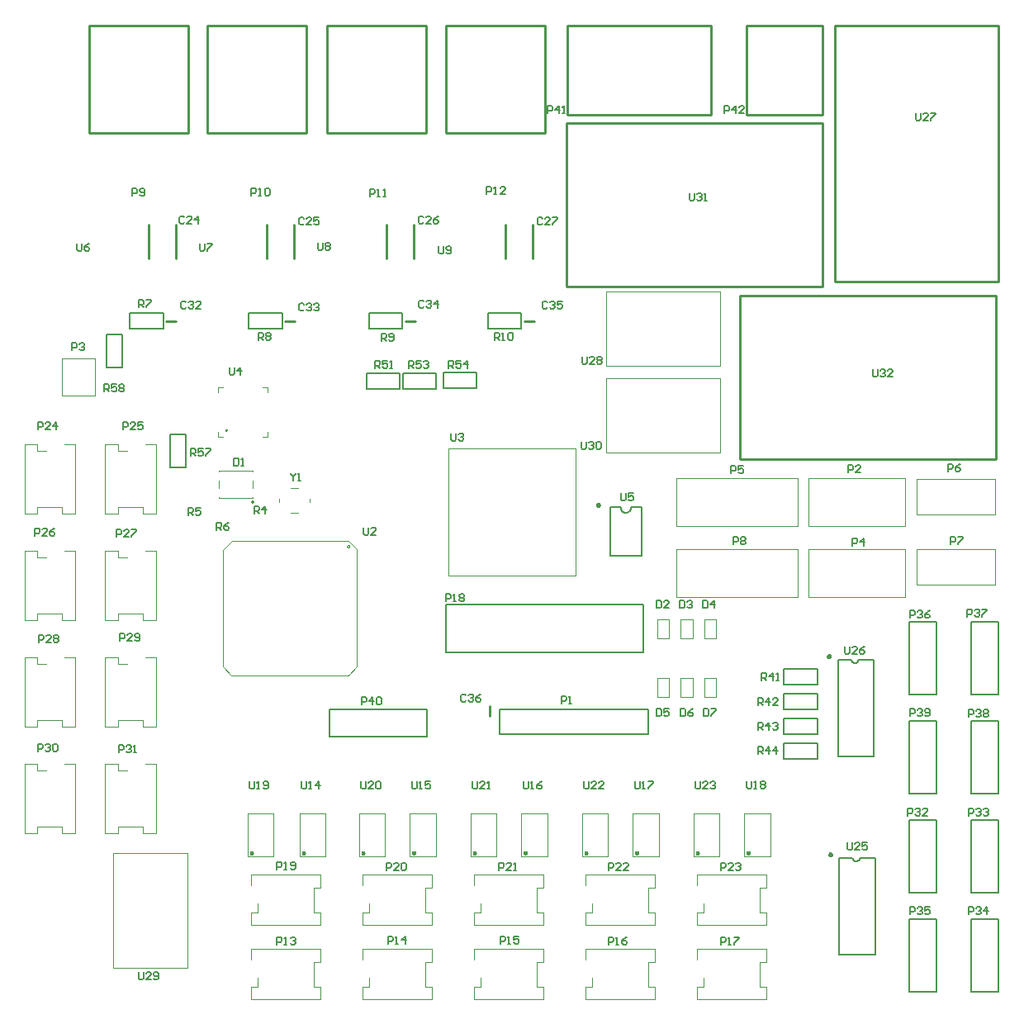
<source format=gto>
%FSTAX23Y23*%
%MOIN*%
%SFA1B1*%

%IPPOS*%
%ADD27C,0.010000*%
%ADD65C,0.008000*%
%ADD66C,0.010000*%
%ADD67C,0.004000*%
%ADD68C,0.002000*%
%ADD69C,0.005000*%
%LNholoboard-1*%
%LPD*%
G54D27*
X00922Y02012D02*
D01*
X00921Y02012*
X00921Y02012*
X00921Y02012*
X00921Y02012*
X00921Y02012*
X00921Y02012*
X00921Y02012*
X00921Y02012*
X00921Y02012*
X00921Y02012*
X00921Y02012*
X00921Y02012*
X00921Y02012*
X00921Y02012*
X00921Y02012*
X00921Y02012*
X00921Y02012*
X00921Y02012*
X00921Y02012*
X00921Y02012*
X00921Y02012*
X00921Y02012*
X0092*
X0092Y02012*
X0092Y02012*
X0092Y02012*
X0092Y02012*
X0092Y02012*
X0092Y02012*
X0092Y02012*
X0092Y02012*
X0092Y02012*
X0092Y02012*
X0092Y02012*
X0092Y02012*
X0092Y02012*
X0092Y02012*
X0092Y02012*
X0092Y02012*
X0092Y02012*
X0092Y02012*
X0092Y02012*
X0092Y02012*
X0092Y02012*
X0092Y02012*
X0092Y02011*
X0092Y02011*
X0092Y02011*
X0092Y02011*
X0092Y02011*
X0092Y02011*
X0092Y02011*
X0092Y02011*
X0092Y02011*
X0092Y02011*
X0092Y02011*
X0092Y02011*
X0092Y02011*
X0092Y02011*
X0092Y02011*
X0092Y02011*
X0092Y02011*
X0092Y02011*
X0092Y02011*
X0092Y02011*
X0092Y02011*
X0092Y02011*
X00921*
X00921Y02011*
X00921Y02011*
X00921Y02011*
X00921Y02011*
X00921Y02011*
X00921Y02011*
X00921Y02011*
X00921Y02011*
X00921Y02011*
X00921Y02011*
X00921Y02011*
X00921Y02011*
X00921Y02011*
X00921Y02011*
X00921Y02011*
X00921Y02011*
X00921Y02011*
X00921Y02011*
X00921Y02011*
X00921Y02011*
X00921Y02011*
X00922Y02012*
X0188Y01147D02*
Y01187D01*
X00574Y0274D02*
X00614D01*
X00739Y03932D02*
X01139D01*
X00739Y035D02*
X01139D01*
X00739D02*
Y03932D01*
X01139Y035D02*
Y03932D01*
X01704D02*
X02104D01*
X01704Y035D02*
X02104D01*
X01704D02*
Y03932D01*
X02104Y035D02*
Y03932D01*
X02774Y03573D02*
Y03935D01*
X02467Y03573D02*
X02774D01*
X02467Y03935D02*
X02774D01*
X02329Y03573D02*
X02636D01*
X02329Y03935D02*
X02636D01*
X02191Y03573D02*
Y03935D01*
Y03573D02*
X02498D01*
X02191Y03935D02*
X02498D01*
X01224Y03932D02*
X01624D01*
X01224Y035D02*
X01624D01*
X01224D02*
Y03932D01*
X01624Y035D02*
Y03932D01*
X00264D02*
X00664D01*
X00264Y035D02*
X00664D01*
X00264D02*
Y03932D01*
X00664Y035D02*
Y03932D01*
X03274Y03935D02*
X03934D01*
Y029D02*
Y03935D01*
X03274Y029D02*
X03934D01*
X03274D02*
Y03935D01*
X02189Y0288D02*
Y0354D01*
X03224*
Y0288D02*
Y0354D01*
X02189Y0288D02*
X03224D01*
X02889Y02185D02*
Y02845D01*
X03924*
Y02185D02*
Y02845D01*
X02889Y02185D02*
X03924D01*
X02917Y03573D02*
Y03935D01*
X03224Y03573D02*
Y03935D01*
X02917Y03573D02*
X03224D01*
X02917Y03935D02*
X03224D01*
X00504Y02993D02*
Y0313D01*
X00614Y02993D02*
Y0313D01*
X00979Y02993D02*
Y0313D01*
X01089Y02993D02*
Y0313D01*
X01464Y02993D02*
Y0313D01*
X01574Y02993D02*
Y0313D01*
X01944Y02993D02*
Y0313D01*
X02054Y02993D02*
Y0313D01*
X01054Y0274D02*
X01094D01*
X02019D02*
X02059D01*
X01539D02*
X01579D01*
G54D65*
X03345Y00575D02*
D01*
X03345Y00574*
X03345Y00573*
X03345Y00572*
X03345Y00571*
X03345Y0057*
X03346Y00569*
X03346Y00568*
X03347Y00567*
X03347Y00566*
X03348Y00566*
X03348Y00565*
X03349Y00564*
X0335Y00563*
X03351Y00563*
X03352Y00562*
X03352Y00562*
X03353Y00562*
X03354Y00561*
X03355Y00561*
X03356Y00561*
X03357Y00561*
X03358Y00561*
X03359*
X0336Y00561*
X03361Y00561*
X03362Y00561*
X03363Y00561*
X03364Y00562*
X03365Y00562*
X03366Y00562*
X03366Y00563*
X03367Y00563*
X03368Y00564*
X03369Y00565*
X03369Y00566*
X0337Y00566*
X0337Y00567*
X03371Y00568*
X03371Y00569*
X03372Y0057*
X03372Y00571*
X03372Y00572*
X03372Y00573*
X03372Y00574*
X03374Y00575*
X0334Y01375D02*
D01*
X0334Y01374*
X0334Y01373*
X0334Y01372*
X0334Y01371*
X0334Y0137*
X03341Y01369*
X03341Y01368*
X03342Y01367*
X03342Y01366*
X03343Y01366*
X03343Y01365*
X03344Y01364*
X03345Y01363*
X03346Y01363*
X03347Y01362*
X03347Y01362*
X03348Y01362*
X03349Y01361*
X0335Y01361*
X03351Y01361*
X03352Y01361*
X03353Y01361*
X03354*
X03355Y01361*
X03356Y01361*
X03357Y01361*
X03358Y01361*
X03359Y01362*
X0336Y01362*
X03361Y01362*
X03361Y01363*
X03362Y01363*
X03363Y01364*
X03364Y01365*
X03364Y01366*
X03365Y01366*
X03365Y01367*
X03366Y01368*
X03366Y01369*
X03367Y0137*
X03367Y01371*
X03367Y01372*
X03367Y01373*
X03367Y01374*
X03369Y01375*
X02408Y01989D02*
D01*
X02408Y01987*
X02408Y01986*
X02408Y01984*
X02408Y01983*
X02409Y01981*
X02409Y0198*
X0241Y01979*
X02411Y01977*
X02412Y01976*
X02412Y01975*
X02413Y01974*
X02414Y01973*
X02416Y01972*
X02417Y01971*
X02418Y0197*
X02419Y0197*
X02421Y01969*
X02422Y01969*
X02423Y01968*
X02425Y01968*
X02426Y01968*
X02428Y01968*
X02429*
X02431Y01968*
X02432Y01968*
X02434Y01968*
X02435Y01969*
X02436Y01969*
X02438Y0197*
X02439Y0197*
X0244Y01971*
X02441Y01972*
X02443Y01973*
X02444Y01974*
X02445Y01975*
X02445Y01976*
X02446Y01977*
X02447Y01979*
X02448Y0198*
X02448Y01981*
X02449Y01983*
X02449Y01984*
X02449Y01986*
X02449Y01987*
X0245Y01989*
X01528Y02468D02*
Y02531D01*
Y02468D02*
X01662D01*
X01528Y02531D02*
X01662D01*
Y02468D02*
Y02531D01*
X01516Y02468D02*
Y02531D01*
X01382D02*
X01516D01*
X01382Y02468D02*
X01516D01*
X01382D02*
Y02531D01*
X01693Y02469D02*
Y02532D01*
Y02469D02*
X01827D01*
X01693Y02532D02*
X01827D01*
Y02469D02*
Y02532D01*
X03571Y00728D02*
X03681D01*
Y00432D02*
Y00728D01*
X03571Y00432D02*
X03681D01*
X03571D02*
Y00728D01*
X03821D02*
X03931D01*
Y00432D02*
Y00728D01*
X03821Y00432D02*
X03931D01*
X03821D02*
Y00728D01*
Y00328D02*
X03931D01*
Y00032D02*
Y00328D01*
X03821Y00032D02*
X03931D01*
X03821D02*
Y00328D01*
X03571D02*
X03681D01*
Y00032D02*
Y00328D01*
X03571Y00032D02*
X03681D01*
X03571D02*
Y00328D01*
X03374Y00575D02*
X03435D01*
X0329D02*
X03344D01*
X03435Y00183D02*
Y00575D01*
X0329Y00183D02*
Y00575D01*
Y00183D02*
X03435D01*
X03285Y00983D02*
X0343D01*
X03285D02*
Y01375D01*
X0343Y00983D02*
Y01375D01*
X03285D02*
X03339D01*
X03369D02*
X0343D01*
X01232Y01062D02*
Y01172D01*
X01627*
Y01062D02*
Y01172D01*
X01232Y01062D02*
X01627D01*
X02366Y01989D02*
X02408D01*
X0245D02*
X02492D01*
X02366Y01792D02*
X02492D01*
X02366D02*
Y01989D01*
X02492Y01792D02*
Y01989D01*
X01702Y01597D02*
X02499D01*
X01702Y01402D02*
Y01597D01*
Y01402D02*
X02499D01*
Y01597*
X03571Y01232D02*
Y01528D01*
Y01232D02*
X03681D01*
Y01528*
X03571D02*
X03681D01*
X03821Y01232D02*
Y01528D01*
Y01232D02*
X03931D01*
Y01528*
X03821D02*
X03931D01*
X03821Y00832D02*
Y01128D01*
Y00832D02*
X03931D01*
Y01128*
X03821D02*
X03931D01*
X03571Y00832D02*
Y01128D01*
Y00832D02*
X03681D01*
Y01128*
X03571D02*
X03681D01*
X01919Y01075D02*
Y01175D01*
Y01075D02*
X02519D01*
X01919Y01175D02*
X02519D01*
Y01075D02*
Y01175D01*
X02006Y02709D02*
Y02772D01*
X01872D02*
X02006D01*
X01872Y02709D02*
X02006D01*
X01872D02*
Y02772D01*
X01041Y02709D02*
Y02772D01*
X00907D02*
X01041D01*
X00907Y02709D02*
X01041D01*
X00907D02*
Y02772D01*
X01526Y02709D02*
Y02772D01*
X01392D02*
X01526D01*
X01392Y02709D02*
X01526D01*
X01392D02*
Y02772D01*
X00561Y02709D02*
Y02772D01*
X00427D02*
X00561D01*
X00427Y02709D02*
Y02772D01*
Y02709D02*
X00561D01*
X03201Y00974D02*
Y01037D01*
X03067D02*
X03201D01*
X03067Y00974D02*
X03201D01*
X03067D02*
Y01037D01*
X03201Y01074D02*
Y01137D01*
X03067D02*
X03201D01*
X03067Y01074D02*
X03201D01*
X03067D02*
Y01137D01*
X03201Y01174D02*
Y01237D01*
X03067D02*
X03201D01*
X03067Y01174D02*
X03201D01*
X03067D02*
Y01237D01*
X03201Y01274D02*
Y01337D01*
X03067D02*
X03201D01*
X03067Y01274D02*
X03201D01*
X03067D02*
Y01337D01*
X00333Y02687D02*
X00396D01*
X00333Y02553D02*
Y02687D01*
X00396Y02553D02*
Y02687D01*
X00333Y02553D02*
X00396D01*
X00589Y02149D02*
X00652D01*
Y02283*
X00589Y02149D02*
Y02283D01*
X00652*
G54D66*
X03259Y00588D02*
D01*
X03258Y00588*
X03258Y00588*
X03258Y00589*
X03258Y00589*
X03258Y00589*
X03258Y0059*
X03258Y0059*
X03258Y0059*
X03258Y0059*
X03257Y00591*
X03257Y00591*
X03257Y00591*
X03257Y00591*
X03256Y00592*
X03256Y00592*
X03256Y00592*
X03255Y00592*
X03255Y00592*
X03255Y00592*
X03254Y00592*
X03254Y00592*
X03254Y00592*
X03253*
X03253Y00592*
X03253Y00592*
X03252Y00592*
X03252Y00592*
X03252Y00592*
X03251Y00592*
X03251Y00592*
X03251Y00592*
X0325Y00591*
X0325Y00591*
X0325Y00591*
X0325Y00591*
X03249Y0059*
X03249Y0059*
X03249Y0059*
X03249Y0059*
X03249Y00589*
X03249Y00589*
X03249Y00589*
X03249Y00588*
X03249Y00588*
X03249Y00588*
X03249Y00587*
X03249Y00587*
X03249Y00586*
X03249Y00586*
X03249Y00586*
X03249Y00585*
X03249Y00585*
X03249Y00585*
X03249Y00585*
X0325Y00584*
X0325Y00584*
X0325Y00584*
X0325Y00584*
X03251Y00583*
X03251Y00583*
X03251Y00583*
X03252Y00583*
X03252Y00583*
X03252Y00583*
X03253Y00583*
X03253Y00583*
X03253Y00583*
X03254*
X03254Y00583*
X03254Y00583*
X03255Y00583*
X03255Y00583*
X03255Y00583*
X03256Y00583*
X03256Y00583*
X03256Y00583*
X03257Y00584*
X03257Y00584*
X03257Y00584*
X03257Y00584*
X03258Y00585*
X03258Y00585*
X03258Y00585*
X03258Y00585*
X03258Y00586*
X03258Y00586*
X03258Y00586*
X03258Y00587*
X03258Y00587*
X03259Y00588*
X03254Y01388D02*
D01*
X03253Y01388*
X03253Y01388*
X03253Y01389*
X03253Y01389*
X03253Y01389*
X03253Y0139*
X03253Y0139*
X03253Y0139*
X03253Y0139*
X03252Y01391*
X03252Y01391*
X03252Y01391*
X03252Y01391*
X03251Y01392*
X03251Y01392*
X03251Y01392*
X0325Y01392*
X0325Y01392*
X0325Y01392*
X03249Y01392*
X03249Y01392*
X03249Y01392*
X03248*
X03248Y01392*
X03248Y01392*
X03247Y01392*
X03247Y01392*
X03247Y01392*
X03246Y01392*
X03246Y01392*
X03246Y01392*
X03245Y01391*
X03245Y01391*
X03245Y01391*
X03245Y01391*
X03244Y0139*
X03244Y0139*
X03244Y0139*
X03244Y0139*
X03244Y01389*
X03244Y01389*
X03244Y01389*
X03244Y01388*
X03244Y01388*
X03244Y01388*
X03244Y01387*
X03244Y01387*
X03244Y01386*
X03244Y01386*
X03244Y01386*
X03244Y01385*
X03244Y01385*
X03244Y01385*
X03244Y01385*
X03245Y01384*
X03245Y01384*
X03245Y01384*
X03245Y01384*
X03246Y01383*
X03246Y01383*
X03246Y01383*
X03247Y01383*
X03247Y01383*
X03247Y01383*
X03248Y01383*
X03248Y01383*
X03248Y01383*
X03249*
X03249Y01383*
X03249Y01383*
X0325Y01383*
X0325Y01383*
X0325Y01383*
X03251Y01383*
X03251Y01383*
X03251Y01383*
X03252Y01384*
X03252Y01384*
X03252Y01384*
X03252Y01384*
X03253Y01385*
X03253Y01385*
X03253Y01385*
X03253Y01385*
X03253Y01386*
X03253Y01386*
X03253Y01386*
X03253Y01387*
X03253Y01387*
X03254Y01388*
X02322Y01999D02*
D01*
X02321Y01999*
X02321Y01999*
X02321Y02*
X02321Y02*
X02321Y02*
X02321Y02001*
X02321Y02001*
X02321Y02001*
X02321Y02001*
X0232Y02002*
X0232Y02002*
X0232Y02002*
X0232Y02002*
X02319Y02003*
X02319Y02003*
X02319Y02003*
X02318Y02003*
X02318Y02003*
X02318Y02003*
X02317Y02003*
X02317Y02003*
X02317Y02003*
X02316*
X02316Y02003*
X02316Y02003*
X02315Y02003*
X02315Y02003*
X02315Y02003*
X02314Y02003*
X02314Y02003*
X02314Y02003*
X02313Y02002*
X02313Y02002*
X02313Y02002*
X02313Y02002*
X02312Y02001*
X02312Y02001*
X02312Y02001*
X02312Y02001*
X02312Y02*
X02312Y02*
X02312Y02*
X02312Y01999*
X02312Y01999*
X02312Y01999*
X02312Y01998*
X02312Y01998*
X02312Y01997*
X02312Y01997*
X02312Y01997*
X02312Y01996*
X02312Y01996*
X02312Y01996*
X02312Y01996*
X02313Y01995*
X02313Y01995*
X02313Y01995*
X02313Y01995*
X02314Y01994*
X02314Y01994*
X02314Y01994*
X02315Y01994*
X02315Y01994*
X02315Y01994*
X02316Y01994*
X02316Y01994*
X02316Y01994*
X02317*
X02317Y01994*
X02317Y01994*
X02318Y01994*
X02318Y01994*
X02318Y01994*
X02319Y01994*
X02319Y01994*
X02319Y01994*
X0232Y01995*
X0232Y01995*
X0232Y01995*
X0232Y01995*
X02321Y01996*
X02321Y01996*
X02321Y01996*
X02321Y01996*
X02321Y01997*
X02321Y01997*
X02321Y01997*
X02321Y01998*
X02321Y01998*
X02322Y01999*
G54D67*
X00817Y02302D02*
D01*
X00816Y02302*
X00816Y02302*
X00816Y02302*
X00816Y02302*
X00816Y02302*
X00816Y02302*
X00816Y02302*
X00816Y02303*
X00816Y02303*
X00816Y02303*
X00816Y02303*
X00816Y02303*
X00816Y02303*
X00816Y02303*
X00816Y02303*
X00815Y02303*
X00815Y02303*
X00815Y02303*
X00815Y02303*
X00815Y02303*
X00815Y02303*
X00815Y02303*
X00814*
X00814Y02303*
X00814Y02303*
X00814Y02303*
X00814Y02303*
X00814Y02303*
X00814Y02303*
X00814Y02303*
X00813Y02303*
X00813Y02303*
X00813Y02303*
X00813Y02303*
X00813Y02303*
X00813Y02303*
X00813Y02303*
X00813Y02302*
X00813Y02302*
X00813Y02302*
X00813Y02302*
X00813Y02302*
X00813Y02302*
X00813Y02302*
X00813Y02302*
X00813Y02301*
X00813Y02301*
X00813Y02301*
X00813Y02301*
X00813Y02301*
X00813Y02301*
X00813Y02301*
X00813Y023*
X00813Y023*
X00813Y023*
X00813Y023*
X00813Y023*
X00813Y023*
X00813Y023*
X00814Y023*
X00814Y023*
X00814Y023*
X00814Y023*
X00814Y023*
X00814Y023*
X00814Y023*
X00814Y023*
X00815*
X00815Y023*
X00815Y023*
X00815Y023*
X00815Y023*
X00815Y023*
X00815Y023*
X00816Y023*
X00816Y023*
X00816Y023*
X00816Y023*
X00816Y023*
X00816Y023*
X00816Y023*
X00816Y023*
X00816Y02301*
X00816Y02301*
X00816Y02301*
X00816Y02301*
X00816Y02301*
X00816Y02301*
X00816Y02301*
X00817Y02302*
X01314Y01833D02*
D01*
X01313Y01833*
X01313Y01833*
X01313Y01834*
X01313Y01834*
X01313Y01834*
X01313Y01835*
X01313Y01835*
X01313Y01835*
X01313Y01835*
X01312Y01836*
X01312Y01836*
X01312Y01836*
X01312Y01836*
X01311Y01837*
X01311Y01837*
X01311Y01837*
X0131Y01837*
X0131Y01837*
X0131Y01837*
X01309Y01837*
X01309Y01837*
X01309Y01837*
X01308*
X01308Y01837*
X01308Y01837*
X01307Y01837*
X01307Y01837*
X01307Y01837*
X01306Y01837*
X01306Y01837*
X01306Y01837*
X01305Y01836*
X01305Y01836*
X01305Y01836*
X01305Y01836*
X01304Y01835*
X01304Y01835*
X01304Y01835*
X01304Y01835*
X01304Y01834*
X01304Y01834*
X01304Y01834*
X01304Y01833*
X01304Y01833*
X01304Y01833*
X01304Y01832*
X01304Y01832*
X01304Y01831*
X01304Y01831*
X01304Y01831*
X01304Y0183*
X01304Y0183*
X01304Y0183*
X01304Y0183*
X01305Y01829*
X01305Y01829*
X01305Y01829*
X01305Y01829*
X01306Y01828*
X01306Y01828*
X01306Y01828*
X01307Y01828*
X01307Y01828*
X01307Y01828*
X01308Y01828*
X01308Y01828*
X01308Y01828*
X01309*
X01309Y01828*
X01309Y01828*
X0131Y01828*
X0131Y01828*
X0131Y01828*
X01311Y01828*
X01311Y01828*
X01311Y01828*
X01312Y01829*
X01312Y01829*
X01312Y01829*
X01312Y01829*
X01313Y0183*
X01313Y0183*
X01313Y0183*
X01313Y0183*
X01313Y01831*
X01313Y01831*
X01313Y01831*
X01313Y01832*
X01313Y01832*
X01314Y01833*
X0131D02*
D01*
X01309Y01833*
X01309Y01833*
X01309Y01833*
X01309Y01833*
X01309Y01833*
X01309Y01833*
X01309Y01833*
X01309Y01833*
X01309Y01833*
X01309Y01833*
X01309Y01833*
X01309Y01833*
X01309Y01833*
X01309Y01833*
X01309Y01833*
X01309Y01833*
X01309Y01833*
X01309Y01833*
X01309Y01833*
X01309Y01833*
X01309Y01833*
X01309Y01833*
X01308*
X01308Y01833*
X01308Y01833*
X01308Y01833*
X01308Y01833*
X01308Y01833*
X01308Y01833*
X01308Y01833*
X01308Y01833*
X01308Y01833*
X01308Y01833*
X01308Y01833*
X01308Y01833*
X01308Y01833*
X01308Y01833*
X01308Y01833*
X01308Y01833*
X01308Y01833*
X01308Y01833*
X01308Y01833*
X01308Y01833*
X01308Y01833*
X01308Y01833*
X01308Y01832*
X01308Y01832*
X01308Y01832*
X01308Y01832*
X01308Y01832*
X01308Y01832*
X01308Y01832*
X01308Y01832*
X01308Y01832*
X01308Y01832*
X01308Y01832*
X01308Y01832*
X01308Y01832*
X01308Y01832*
X01308Y01832*
X01308Y01832*
X01308Y01832*
X01308Y01832*
X01308Y01832*
X01308Y01832*
X01308Y01832*
X01308Y01832*
X01309*
X01309Y01832*
X01309Y01832*
X01309Y01832*
X01309Y01832*
X01309Y01832*
X01309Y01832*
X01309Y01832*
X01309Y01832*
X01309Y01832*
X01309Y01832*
X01309Y01832*
X01309Y01832*
X01309Y01832*
X01309Y01832*
X01309Y01832*
X01309Y01832*
X01309Y01832*
X01309Y01832*
X01309Y01832*
X01309Y01832*
X01309Y01832*
X0131Y01833*
X02924Y00595D02*
D01*
X02923Y00595*
X02923Y00595*
X02923Y00595*
X02923Y00595*
X02923Y00595*
X02923Y00595*
X02923Y00595*
X02923Y00595*
X02923Y00595*
X02923Y00595*
X02923Y00595*
X02923Y00595*
X02923Y00595*
X02923Y00595*
X02923Y00595*
X02923Y00595*
X02923Y00595*
X02923Y00595*
X02923Y00595*
X02923Y00595*
X02923Y00595*
X02923Y00595*
X02922*
X02922Y00595*
X02922Y00595*
X02922Y00595*
X02922Y00595*
X02922Y00595*
X02922Y00595*
X02922Y00595*
X02922Y00595*
X02922Y00595*
X02922Y00595*
X02922Y00595*
X02922Y00595*
X02922Y00595*
X02922Y00595*
X02922Y00595*
X02922Y00595*
X02922Y00595*
X02922Y00595*
X02922Y00595*
X02922Y00595*
X02922Y00595*
X02922Y00595*
X02922Y00594*
X02922Y00594*
X02922Y00594*
X02922Y00594*
X02922Y00594*
X02922Y00594*
X02922Y00594*
X02922Y00594*
X02922Y00594*
X02922Y00594*
X02922Y00594*
X02922Y00594*
X02922Y00594*
X02922Y00594*
X02922Y00594*
X02922Y00594*
X02922Y00594*
X02922Y00594*
X02922Y00594*
X02922Y00594*
X02922Y00594*
X02922Y00594*
X02923*
X02923Y00594*
X02923Y00594*
X02923Y00594*
X02923Y00594*
X02923Y00594*
X02923Y00594*
X02923Y00594*
X02923Y00594*
X02923Y00594*
X02923Y00594*
X02923Y00594*
X02923Y00594*
X02923Y00594*
X02923Y00594*
X02923Y00594*
X02923Y00594*
X02923Y00594*
X02923Y00594*
X02923Y00594*
X02923Y00594*
X02923Y00594*
X02924Y00595*
X02926D02*
D01*
X02925Y00595*
X02925Y00595*
X02925Y00595*
X02925Y00596*
X02925Y00596*
X02925Y00596*
X02925Y00596*
X02925Y00597*
X02925Y00597*
X02925Y00597*
X02924Y00597*
X02924Y00597*
X02924Y00598*
X02924Y00598*
X02924Y00598*
X02923Y00598*
X02923Y00598*
X02923Y00598*
X02922Y00598*
X02922Y00598*
X02922Y00598*
X02922Y00598*
X02921*
X02921Y00598*
X02921Y00598*
X02921Y00598*
X0292Y00598*
X0292Y00598*
X0292Y00598*
X0292Y00598*
X02919Y00598*
X02919Y00598*
X02919Y00597*
X02919Y00597*
X02918Y00597*
X02918Y00597*
X02918Y00597*
X02918Y00596*
X02918Y00596*
X02918Y00596*
X02918Y00596*
X02918Y00595*
X02918Y00595*
X02918Y00595*
X02918Y00595*
X02918Y00594*
X02918Y00594*
X02918Y00594*
X02918Y00593*
X02918Y00593*
X02918Y00593*
X02918Y00593*
X02918Y00592*
X02918Y00592*
X02918Y00592*
X02919Y00592*
X02919Y00592*
X02919Y00591*
X02919Y00591*
X0292Y00591*
X0292Y00591*
X0292Y00591*
X0292Y00591*
X02921Y00591*
X02921Y00591*
X02921Y00591*
X02921Y00591*
X02922*
X02922Y00591*
X02922Y00591*
X02922Y00591*
X02923Y00591*
X02923Y00591*
X02923Y00591*
X02924Y00591*
X02924Y00591*
X02924Y00591*
X02924Y00592*
X02924Y00592*
X02925Y00592*
X02925Y00592*
X02925Y00592*
X02925Y00593*
X02925Y00593*
X02925Y00593*
X02925Y00593*
X02925Y00594*
X02925Y00594*
X02925Y00594*
X02926Y00595*
X0293D02*
D01*
X02929Y00595*
X02929Y00595*
X02929Y00596*
X02929Y00596*
X02929Y00597*
X02929Y00597*
X02929Y00598*
X02928Y00598*
X02928Y00599*
X02928Y00599*
X02928Y00599*
X02927Y006*
X02927Y006*
X02926Y006*
X02926Y00601*
X02926Y00601*
X02925Y00601*
X02925Y00601*
X02924Y00601*
X02924Y00601*
X02923Y00601*
X02923Y00601*
X02922*
X02922Y00601*
X02921Y00601*
X02921Y00601*
X0292Y00601*
X0292Y00601*
X02919Y00601*
X02919Y00601*
X02919Y006*
X02918Y006*
X02918Y006*
X02917Y00599*
X02917Y00599*
X02917Y00599*
X02917Y00598*
X02916Y00598*
X02916Y00597*
X02916Y00597*
X02916Y00596*
X02916Y00596*
X02916Y00595*
X02916Y00595*
X02916Y00595*
X02916Y00594*
X02916Y00594*
X02916Y00593*
X02916Y00593*
X02916Y00592*
X02916Y00592*
X02916Y00591*
X02917Y00591*
X02917Y0059*
X02917Y0059*
X02917Y0059*
X02918Y00589*
X02918Y00589*
X02919Y00589*
X02919Y00588*
X02919Y00588*
X0292Y00588*
X0292Y00588*
X02921Y00588*
X02921Y00588*
X02922Y00588*
X02922Y00588*
X02923*
X02923Y00588*
X02924Y00588*
X02924Y00588*
X02925Y00588*
X02925Y00588*
X02926Y00588*
X02926Y00588*
X02926Y00589*
X02927Y00589*
X02927Y00589*
X02928Y0059*
X02928Y0059*
X02928Y0059*
X02928Y00591*
X02929Y00591*
X02929Y00592*
X02929Y00592*
X02929Y00593*
X02929Y00593*
X02929Y00594*
X02929Y00594*
X0293Y00595*
X02719D02*
D01*
X02718Y00595*
X02718Y00595*
X02718Y00595*
X02718Y00595*
X02718Y00595*
X02718Y00595*
X02718Y00595*
X02718Y00595*
X02718Y00595*
X02718Y00595*
X02718Y00595*
X02718Y00595*
X02718Y00595*
X02718Y00595*
X02718Y00595*
X02718Y00595*
X02718Y00595*
X02718Y00595*
X02718Y00595*
X02718Y00595*
X02718Y00595*
X02718Y00595*
X02717*
X02717Y00595*
X02717Y00595*
X02717Y00595*
X02717Y00595*
X02717Y00595*
X02717Y00595*
X02717Y00595*
X02717Y00595*
X02717Y00595*
X02717Y00595*
X02717Y00595*
X02717Y00595*
X02717Y00595*
X02717Y00595*
X02717Y00595*
X02717Y00595*
X02717Y00595*
X02717Y00595*
X02717Y00595*
X02717Y00595*
X02717Y00595*
X02717Y00595*
X02717Y00594*
X02717Y00594*
X02717Y00594*
X02717Y00594*
X02717Y00594*
X02717Y00594*
X02717Y00594*
X02717Y00594*
X02717Y00594*
X02717Y00594*
X02717Y00594*
X02717Y00594*
X02717Y00594*
X02717Y00594*
X02717Y00594*
X02717Y00594*
X02717Y00594*
X02717Y00594*
X02717Y00594*
X02717Y00594*
X02717Y00594*
X02717Y00594*
X02718*
X02718Y00594*
X02718Y00594*
X02718Y00594*
X02718Y00594*
X02718Y00594*
X02718Y00594*
X02718Y00594*
X02718Y00594*
X02718Y00594*
X02718Y00594*
X02718Y00594*
X02718Y00594*
X02718Y00594*
X02718Y00594*
X02718Y00594*
X02718Y00594*
X02718Y00594*
X02718Y00594*
X02718Y00594*
X02718Y00594*
X02718Y00594*
X02719Y00595*
X02721D02*
D01*
X0272Y00595*
X0272Y00595*
X0272Y00595*
X0272Y00596*
X0272Y00596*
X0272Y00596*
X0272Y00596*
X0272Y00597*
X0272Y00597*
X0272Y00597*
X02719Y00597*
X02719Y00597*
X02719Y00598*
X02719Y00598*
X02719Y00598*
X02718Y00598*
X02718Y00598*
X02718Y00598*
X02717Y00598*
X02717Y00598*
X02717Y00598*
X02717Y00598*
X02716*
X02716Y00598*
X02716Y00598*
X02716Y00598*
X02715Y00598*
X02715Y00598*
X02715Y00598*
X02715Y00598*
X02714Y00598*
X02714Y00598*
X02714Y00597*
X02714Y00597*
X02713Y00597*
X02713Y00597*
X02713Y00597*
X02713Y00596*
X02713Y00596*
X02713Y00596*
X02713Y00596*
X02713Y00595*
X02713Y00595*
X02713Y00595*
X02713Y00595*
X02713Y00594*
X02713Y00594*
X02713Y00594*
X02713Y00593*
X02713Y00593*
X02713Y00593*
X02713Y00593*
X02713Y00592*
X02713Y00592*
X02713Y00592*
X02714Y00592*
X02714Y00592*
X02714Y00591*
X02714Y00591*
X02715Y00591*
X02715Y00591*
X02715Y00591*
X02715Y00591*
X02716Y00591*
X02716Y00591*
X02716Y00591*
X02716Y00591*
X02717*
X02717Y00591*
X02717Y00591*
X02717Y00591*
X02718Y00591*
X02718Y00591*
X02718Y00591*
X02719Y00591*
X02719Y00591*
X02719Y00591*
X02719Y00592*
X02719Y00592*
X0272Y00592*
X0272Y00592*
X0272Y00592*
X0272Y00593*
X0272Y00593*
X0272Y00593*
X0272Y00593*
X0272Y00594*
X0272Y00594*
X0272Y00594*
X02721Y00595*
X02725D02*
D01*
X02724Y00595*
X02724Y00595*
X02724Y00596*
X02724Y00596*
X02724Y00597*
X02724Y00597*
X02724Y00598*
X02723Y00598*
X02723Y00599*
X02723Y00599*
X02723Y00599*
X02722Y006*
X02722Y006*
X02721Y006*
X02721Y00601*
X02721Y00601*
X0272Y00601*
X0272Y00601*
X02719Y00601*
X02719Y00601*
X02718Y00601*
X02718Y00601*
X02717*
X02717Y00601*
X02716Y00601*
X02716Y00601*
X02715Y00601*
X02715Y00601*
X02714Y00601*
X02714Y00601*
X02714Y006*
X02713Y006*
X02713Y006*
X02712Y00599*
X02712Y00599*
X02712Y00599*
X02712Y00598*
X02711Y00598*
X02711Y00597*
X02711Y00597*
X02711Y00596*
X02711Y00596*
X02711Y00595*
X02711Y00595*
X02711Y00595*
X02711Y00594*
X02711Y00594*
X02711Y00593*
X02711Y00593*
X02711Y00592*
X02711Y00592*
X02711Y00591*
X02712Y00591*
X02712Y0059*
X02712Y0059*
X02712Y0059*
X02713Y00589*
X02713Y00589*
X02714Y00589*
X02714Y00588*
X02714Y00588*
X02715Y00588*
X02715Y00588*
X02716Y00588*
X02716Y00588*
X02717Y00588*
X02717Y00588*
X02718*
X02718Y00588*
X02719Y00588*
X02719Y00588*
X0272Y00588*
X0272Y00588*
X02721Y00588*
X02721Y00588*
X02721Y00589*
X02722Y00589*
X02722Y00589*
X02723Y0059*
X02723Y0059*
X02723Y0059*
X02723Y00591*
X02724Y00591*
X02724Y00592*
X02724Y00592*
X02724Y00593*
X02724Y00593*
X02724Y00594*
X02724Y00594*
X02725Y00595*
X02474D02*
D01*
X02473Y00595*
X02473Y00595*
X02473Y00595*
X02473Y00595*
X02473Y00595*
X02473Y00595*
X02473Y00595*
X02473Y00595*
X02473Y00595*
X02473Y00595*
X02473Y00595*
X02473Y00595*
X02473Y00595*
X02473Y00595*
X02473Y00595*
X02473Y00595*
X02473Y00595*
X02473Y00595*
X02473Y00595*
X02473Y00595*
X02473Y00595*
X02473Y00595*
X02472*
X02472Y00595*
X02472Y00595*
X02472Y00595*
X02472Y00595*
X02472Y00595*
X02472Y00595*
X02472Y00595*
X02472Y00595*
X02472Y00595*
X02472Y00595*
X02472Y00595*
X02472Y00595*
X02472Y00595*
X02472Y00595*
X02472Y00595*
X02472Y00595*
X02472Y00595*
X02472Y00595*
X02472Y00595*
X02472Y00595*
X02472Y00595*
X02472Y00595*
X02472Y00594*
X02472Y00594*
X02472Y00594*
X02472Y00594*
X02472Y00594*
X02472Y00594*
X02472Y00594*
X02472Y00594*
X02472Y00594*
X02472Y00594*
X02472Y00594*
X02472Y00594*
X02472Y00594*
X02472Y00594*
X02472Y00594*
X02472Y00594*
X02472Y00594*
X02472Y00594*
X02472Y00594*
X02472Y00594*
X02472Y00594*
X02472Y00594*
X02473*
X02473Y00594*
X02473Y00594*
X02473Y00594*
X02473Y00594*
X02473Y00594*
X02473Y00594*
X02473Y00594*
X02473Y00594*
X02473Y00594*
X02473Y00594*
X02473Y00594*
X02473Y00594*
X02473Y00594*
X02473Y00594*
X02473Y00594*
X02473Y00594*
X02473Y00594*
X02473Y00594*
X02473Y00594*
X02473Y00594*
X02473Y00594*
X02474Y00595*
X02476D02*
D01*
X02475Y00595*
X02475Y00595*
X02475Y00595*
X02475Y00596*
X02475Y00596*
X02475Y00596*
X02475Y00596*
X02475Y00597*
X02475Y00597*
X02475Y00597*
X02474Y00597*
X02474Y00597*
X02474Y00598*
X02474Y00598*
X02474Y00598*
X02473Y00598*
X02473Y00598*
X02473Y00598*
X02472Y00598*
X02472Y00598*
X02472Y00598*
X02472Y00598*
X02471*
X02471Y00598*
X02471Y00598*
X02471Y00598*
X0247Y00598*
X0247Y00598*
X0247Y00598*
X0247Y00598*
X02469Y00598*
X02469Y00598*
X02469Y00597*
X02469Y00597*
X02468Y00597*
X02468Y00597*
X02468Y00597*
X02468Y00596*
X02468Y00596*
X02468Y00596*
X02468Y00596*
X02468Y00595*
X02468Y00595*
X02468Y00595*
X02468Y00595*
X02468Y00594*
X02468Y00594*
X02468Y00594*
X02468Y00593*
X02468Y00593*
X02468Y00593*
X02468Y00593*
X02468Y00592*
X02468Y00592*
X02468Y00592*
X02469Y00592*
X02469Y00592*
X02469Y00591*
X02469Y00591*
X0247Y00591*
X0247Y00591*
X0247Y00591*
X0247Y00591*
X02471Y00591*
X02471Y00591*
X02471Y00591*
X02471Y00591*
X02472*
X02472Y00591*
X02472Y00591*
X02472Y00591*
X02473Y00591*
X02473Y00591*
X02473Y00591*
X02474Y00591*
X02474Y00591*
X02474Y00591*
X02474Y00592*
X02474Y00592*
X02475Y00592*
X02475Y00592*
X02475Y00592*
X02475Y00593*
X02475Y00593*
X02475Y00593*
X02475Y00593*
X02475Y00594*
X02475Y00594*
X02475Y00594*
X02476Y00595*
X0248D02*
D01*
X02479Y00595*
X02479Y00595*
X02479Y00596*
X02479Y00596*
X02479Y00597*
X02479Y00597*
X02479Y00598*
X02478Y00598*
X02478Y00599*
X02478Y00599*
X02478Y00599*
X02477Y006*
X02477Y006*
X02476Y006*
X02476Y00601*
X02476Y00601*
X02475Y00601*
X02475Y00601*
X02474Y00601*
X02474Y00601*
X02473Y00601*
X02473Y00601*
X02472*
X02472Y00601*
X02471Y00601*
X02471Y00601*
X0247Y00601*
X0247Y00601*
X02469Y00601*
X02469Y00601*
X02469Y006*
X02468Y006*
X02468Y006*
X02467Y00599*
X02467Y00599*
X02467Y00599*
X02467Y00598*
X02466Y00598*
X02466Y00597*
X02466Y00597*
X02466Y00596*
X02466Y00596*
X02466Y00595*
X02466Y00595*
X02466Y00595*
X02466Y00594*
X02466Y00594*
X02466Y00593*
X02466Y00593*
X02466Y00592*
X02466Y00592*
X02466Y00591*
X02467Y00591*
X02467Y0059*
X02467Y0059*
X02467Y0059*
X02468Y00589*
X02468Y00589*
X02469Y00589*
X02469Y00588*
X02469Y00588*
X0247Y00588*
X0247Y00588*
X02471Y00588*
X02471Y00588*
X02472Y00588*
X02472Y00588*
X02473*
X02473Y00588*
X02474Y00588*
X02474Y00588*
X02475Y00588*
X02475Y00588*
X02476Y00588*
X02476Y00588*
X02476Y00589*
X02477Y00589*
X02477Y00589*
X02478Y0059*
X02478Y0059*
X02478Y0059*
X02478Y00591*
X02479Y00591*
X02479Y00592*
X02479Y00592*
X02479Y00593*
X02479Y00593*
X02479Y00594*
X02479Y00594*
X0248Y00595*
X02269D02*
D01*
X02268Y00595*
X02268Y00595*
X02268Y00595*
X02268Y00595*
X02268Y00595*
X02268Y00595*
X02268Y00595*
X02268Y00595*
X02268Y00595*
X02268Y00595*
X02268Y00595*
X02268Y00595*
X02268Y00595*
X02268Y00595*
X02268Y00595*
X02268Y00595*
X02268Y00595*
X02268Y00595*
X02268Y00595*
X02268Y00595*
X02268Y00595*
X02268Y00595*
X02267*
X02267Y00595*
X02267Y00595*
X02267Y00595*
X02267Y00595*
X02267Y00595*
X02267Y00595*
X02267Y00595*
X02267Y00595*
X02267Y00595*
X02267Y00595*
X02267Y00595*
X02267Y00595*
X02267Y00595*
X02267Y00595*
X02267Y00595*
X02267Y00595*
X02267Y00595*
X02267Y00595*
X02267Y00595*
X02267Y00595*
X02267Y00595*
X02267Y00595*
X02267Y00594*
X02267Y00594*
X02267Y00594*
X02267Y00594*
X02267Y00594*
X02267Y00594*
X02267Y00594*
X02267Y00594*
X02267Y00594*
X02267Y00594*
X02267Y00594*
X02267Y00594*
X02267Y00594*
X02267Y00594*
X02267Y00594*
X02267Y00594*
X02267Y00594*
X02267Y00594*
X02267Y00594*
X02267Y00594*
X02267Y00594*
X02267Y00594*
X02268*
X02268Y00594*
X02268Y00594*
X02268Y00594*
X02268Y00594*
X02268Y00594*
X02268Y00594*
X02268Y00594*
X02268Y00594*
X02268Y00594*
X02268Y00594*
X02268Y00594*
X02268Y00594*
X02268Y00594*
X02268Y00594*
X02268Y00594*
X02268Y00594*
X02268Y00594*
X02268Y00594*
X02268Y00594*
X02268Y00594*
X02268Y00594*
X02269Y00595*
X02271D02*
D01*
X0227Y00595*
X0227Y00595*
X0227Y00595*
X0227Y00596*
X0227Y00596*
X0227Y00596*
X0227Y00596*
X0227Y00597*
X0227Y00597*
X0227Y00597*
X02269Y00597*
X02269Y00597*
X02269Y00598*
X02269Y00598*
X02269Y00598*
X02268Y00598*
X02268Y00598*
X02268Y00598*
X02267Y00598*
X02267Y00598*
X02267Y00598*
X02267Y00598*
X02266*
X02266Y00598*
X02266Y00598*
X02266Y00598*
X02265Y00598*
X02265Y00598*
X02265Y00598*
X02265Y00598*
X02264Y00598*
X02264Y00598*
X02264Y00597*
X02264Y00597*
X02263Y00597*
X02263Y00597*
X02263Y00597*
X02263Y00596*
X02263Y00596*
X02263Y00596*
X02263Y00596*
X02263Y00595*
X02263Y00595*
X02263Y00595*
X02263Y00595*
X02263Y00594*
X02263Y00594*
X02263Y00594*
X02263Y00593*
X02263Y00593*
X02263Y00593*
X02263Y00593*
X02263Y00592*
X02263Y00592*
X02263Y00592*
X02264Y00592*
X02264Y00592*
X02264Y00591*
X02264Y00591*
X02265Y00591*
X02265Y00591*
X02265Y00591*
X02265Y00591*
X02266Y00591*
X02266Y00591*
X02266Y00591*
X02266Y00591*
X02267*
X02267Y00591*
X02267Y00591*
X02267Y00591*
X02268Y00591*
X02268Y00591*
X02268Y00591*
X02269Y00591*
X02269Y00591*
X02269Y00591*
X02269Y00592*
X02269Y00592*
X0227Y00592*
X0227Y00592*
X0227Y00592*
X0227Y00593*
X0227Y00593*
X0227Y00593*
X0227Y00593*
X0227Y00594*
X0227Y00594*
X0227Y00594*
X02271Y00595*
X02275D02*
D01*
X02274Y00595*
X02274Y00595*
X02274Y00596*
X02274Y00596*
X02274Y00597*
X02274Y00597*
X02274Y00598*
X02273Y00598*
X02273Y00599*
X02273Y00599*
X02273Y00599*
X02272Y006*
X02272Y006*
X02271Y006*
X02271Y00601*
X02271Y00601*
X0227Y00601*
X0227Y00601*
X02269Y00601*
X02269Y00601*
X02268Y00601*
X02268Y00601*
X02267*
X02267Y00601*
X02266Y00601*
X02266Y00601*
X02265Y00601*
X02265Y00601*
X02264Y00601*
X02264Y00601*
X02264Y006*
X02263Y006*
X02263Y006*
X02262Y00599*
X02262Y00599*
X02262Y00599*
X02262Y00598*
X02261Y00598*
X02261Y00597*
X02261Y00597*
X02261Y00596*
X02261Y00596*
X02261Y00595*
X02261Y00595*
X02261Y00595*
X02261Y00594*
X02261Y00594*
X02261Y00593*
X02261Y00593*
X02261Y00592*
X02261Y00592*
X02261Y00591*
X02262Y00591*
X02262Y0059*
X02262Y0059*
X02262Y0059*
X02263Y00589*
X02263Y00589*
X02264Y00589*
X02264Y00588*
X02264Y00588*
X02265Y00588*
X02265Y00588*
X02266Y00588*
X02266Y00588*
X02267Y00588*
X02267Y00588*
X02268*
X02268Y00588*
X02269Y00588*
X02269Y00588*
X0227Y00588*
X0227Y00588*
X02271Y00588*
X02271Y00588*
X02271Y00589*
X02272Y00589*
X02272Y00589*
X02273Y0059*
X02273Y0059*
X02273Y0059*
X02273Y00591*
X02274Y00591*
X02274Y00592*
X02274Y00592*
X02274Y00593*
X02274Y00593*
X02274Y00594*
X02274Y00594*
X02275Y00595*
X02024D02*
D01*
X02023Y00595*
X02023Y00595*
X02023Y00595*
X02023Y00595*
X02023Y00595*
X02023Y00595*
X02023Y00595*
X02023Y00595*
X02023Y00595*
X02023Y00595*
X02023Y00595*
X02023Y00595*
X02023Y00595*
X02023Y00595*
X02023Y00595*
X02023Y00595*
X02023Y00595*
X02023Y00595*
X02023Y00595*
X02023Y00595*
X02023Y00595*
X02023Y00595*
X02022*
X02022Y00595*
X02022Y00595*
X02022Y00595*
X02022Y00595*
X02022Y00595*
X02022Y00595*
X02022Y00595*
X02022Y00595*
X02022Y00595*
X02022Y00595*
X02022Y00595*
X02022Y00595*
X02022Y00595*
X02022Y00595*
X02022Y00595*
X02022Y00595*
X02022Y00595*
X02022Y00595*
X02022Y00595*
X02022Y00595*
X02022Y00595*
X02022Y00595*
X02022Y00594*
X02022Y00594*
X02022Y00594*
X02022Y00594*
X02022Y00594*
X02022Y00594*
X02022Y00594*
X02022Y00594*
X02022Y00594*
X02022Y00594*
X02022Y00594*
X02022Y00594*
X02022Y00594*
X02022Y00594*
X02022Y00594*
X02022Y00594*
X02022Y00594*
X02022Y00594*
X02022Y00594*
X02022Y00594*
X02022Y00594*
X02022Y00594*
X02023*
X02023Y00594*
X02023Y00594*
X02023Y00594*
X02023Y00594*
X02023Y00594*
X02023Y00594*
X02023Y00594*
X02023Y00594*
X02023Y00594*
X02023Y00594*
X02023Y00594*
X02023Y00594*
X02023Y00594*
X02023Y00594*
X02023Y00594*
X02023Y00594*
X02023Y00594*
X02023Y00594*
X02023Y00594*
X02023Y00594*
X02023Y00594*
X02024Y00595*
X02026D02*
D01*
X02025Y00595*
X02025Y00595*
X02025Y00595*
X02025Y00596*
X02025Y00596*
X02025Y00596*
X02025Y00596*
X02025Y00597*
X02025Y00597*
X02025Y00597*
X02024Y00597*
X02024Y00597*
X02024Y00598*
X02024Y00598*
X02024Y00598*
X02023Y00598*
X02023Y00598*
X02023Y00598*
X02022Y00598*
X02022Y00598*
X02022Y00598*
X02022Y00598*
X02021*
X02021Y00598*
X02021Y00598*
X02021Y00598*
X0202Y00598*
X0202Y00598*
X0202Y00598*
X0202Y00598*
X02019Y00598*
X02019Y00598*
X02019Y00597*
X02019Y00597*
X02018Y00597*
X02018Y00597*
X02018Y00597*
X02018Y00596*
X02018Y00596*
X02018Y00596*
X02018Y00596*
X02018Y00595*
X02018Y00595*
X02018Y00595*
X02018Y00595*
X02018Y00594*
X02018Y00594*
X02018Y00594*
X02018Y00593*
X02018Y00593*
X02018Y00593*
X02018Y00593*
X02018Y00592*
X02018Y00592*
X02018Y00592*
X02019Y00592*
X02019Y00592*
X02019Y00591*
X02019Y00591*
X0202Y00591*
X0202Y00591*
X0202Y00591*
X0202Y00591*
X02021Y00591*
X02021Y00591*
X02021Y00591*
X02021Y00591*
X02022*
X02022Y00591*
X02022Y00591*
X02022Y00591*
X02023Y00591*
X02023Y00591*
X02023Y00591*
X02024Y00591*
X02024Y00591*
X02024Y00591*
X02024Y00592*
X02024Y00592*
X02025Y00592*
X02025Y00592*
X02025Y00592*
X02025Y00593*
X02025Y00593*
X02025Y00593*
X02025Y00593*
X02025Y00594*
X02025Y00594*
X02025Y00594*
X02026Y00595*
X0203D02*
D01*
X02029Y00595*
X02029Y00595*
X02029Y00596*
X02029Y00596*
X02029Y00597*
X02029Y00597*
X02029Y00598*
X02028Y00598*
X02028Y00599*
X02028Y00599*
X02028Y00599*
X02027Y006*
X02027Y006*
X02026Y006*
X02026Y00601*
X02026Y00601*
X02025Y00601*
X02025Y00601*
X02024Y00601*
X02024Y00601*
X02023Y00601*
X02023Y00601*
X02022*
X02022Y00601*
X02021Y00601*
X02021Y00601*
X0202Y00601*
X0202Y00601*
X02019Y00601*
X02019Y00601*
X02019Y006*
X02018Y006*
X02018Y006*
X02017Y00599*
X02017Y00599*
X02017Y00599*
X02017Y00598*
X02016Y00598*
X02016Y00597*
X02016Y00597*
X02016Y00596*
X02016Y00596*
X02016Y00595*
X02016Y00595*
X02016Y00595*
X02016Y00594*
X02016Y00594*
X02016Y00593*
X02016Y00593*
X02016Y00592*
X02016Y00592*
X02016Y00591*
X02017Y00591*
X02017Y0059*
X02017Y0059*
X02017Y0059*
X02018Y00589*
X02018Y00589*
X02019Y00589*
X02019Y00588*
X02019Y00588*
X0202Y00588*
X0202Y00588*
X02021Y00588*
X02021Y00588*
X02022Y00588*
X02022Y00588*
X02023*
X02023Y00588*
X02024Y00588*
X02024Y00588*
X02025Y00588*
X02025Y00588*
X02026Y00588*
X02026Y00588*
X02026Y00589*
X02027Y00589*
X02027Y00589*
X02028Y0059*
X02028Y0059*
X02028Y0059*
X02028Y00591*
X02029Y00591*
X02029Y00592*
X02029Y00592*
X02029Y00593*
X02029Y00593*
X02029Y00594*
X02029Y00594*
X0203Y00595*
X01819D02*
D01*
X01818Y00595*
X01818Y00595*
X01818Y00595*
X01818Y00595*
X01818Y00595*
X01818Y00595*
X01818Y00595*
X01818Y00595*
X01818Y00595*
X01818Y00595*
X01818Y00595*
X01818Y00595*
X01818Y00595*
X01818Y00595*
X01818Y00595*
X01818Y00595*
X01818Y00595*
X01818Y00595*
X01818Y00595*
X01818Y00595*
X01818Y00595*
X01818Y00595*
X01817*
X01817Y00595*
X01817Y00595*
X01817Y00595*
X01817Y00595*
X01817Y00595*
X01817Y00595*
X01817Y00595*
X01817Y00595*
X01817Y00595*
X01817Y00595*
X01817Y00595*
X01817Y00595*
X01817Y00595*
X01817Y00595*
X01817Y00595*
X01817Y00595*
X01817Y00595*
X01817Y00595*
X01817Y00595*
X01817Y00595*
X01817Y00595*
X01817Y00595*
X01817Y00594*
X01817Y00594*
X01817Y00594*
X01817Y00594*
X01817Y00594*
X01817Y00594*
X01817Y00594*
X01817Y00594*
X01817Y00594*
X01817Y00594*
X01817Y00594*
X01817Y00594*
X01817Y00594*
X01817Y00594*
X01817Y00594*
X01817Y00594*
X01817Y00594*
X01817Y00594*
X01817Y00594*
X01817Y00594*
X01817Y00594*
X01817Y00594*
X01818*
X01818Y00594*
X01818Y00594*
X01818Y00594*
X01818Y00594*
X01818Y00594*
X01818Y00594*
X01818Y00594*
X01818Y00594*
X01818Y00594*
X01818Y00594*
X01818Y00594*
X01818Y00594*
X01818Y00594*
X01818Y00594*
X01818Y00594*
X01818Y00594*
X01818Y00594*
X01818Y00594*
X01818Y00594*
X01818Y00594*
X01818Y00594*
X01819Y00595*
X01821D02*
D01*
X0182Y00595*
X0182Y00595*
X0182Y00595*
X0182Y00596*
X0182Y00596*
X0182Y00596*
X0182Y00596*
X0182Y00597*
X0182Y00597*
X0182Y00597*
X01819Y00597*
X01819Y00597*
X01819Y00598*
X01819Y00598*
X01819Y00598*
X01818Y00598*
X01818Y00598*
X01818Y00598*
X01817Y00598*
X01817Y00598*
X01817Y00598*
X01817Y00598*
X01816*
X01816Y00598*
X01816Y00598*
X01816Y00598*
X01815Y00598*
X01815Y00598*
X01815Y00598*
X01815Y00598*
X01814Y00598*
X01814Y00598*
X01814Y00597*
X01814Y00597*
X01813Y00597*
X01813Y00597*
X01813Y00597*
X01813Y00596*
X01813Y00596*
X01813Y00596*
X01813Y00596*
X01813Y00595*
X01813Y00595*
X01813Y00595*
X01813Y00595*
X01813Y00594*
X01813Y00594*
X01813Y00594*
X01813Y00593*
X01813Y00593*
X01813Y00593*
X01813Y00593*
X01813Y00592*
X01813Y00592*
X01813Y00592*
X01814Y00592*
X01814Y00592*
X01814Y00591*
X01814Y00591*
X01815Y00591*
X01815Y00591*
X01815Y00591*
X01815Y00591*
X01816Y00591*
X01816Y00591*
X01816Y00591*
X01816Y00591*
X01817*
X01817Y00591*
X01817Y00591*
X01817Y00591*
X01818Y00591*
X01818Y00591*
X01818Y00591*
X01819Y00591*
X01819Y00591*
X01819Y00591*
X01819Y00592*
X01819Y00592*
X0182Y00592*
X0182Y00592*
X0182Y00592*
X0182Y00593*
X0182Y00593*
X0182Y00593*
X0182Y00593*
X0182Y00594*
X0182Y00594*
X0182Y00594*
X01821Y00595*
X01825D02*
D01*
X01824Y00595*
X01824Y00595*
X01824Y00596*
X01824Y00596*
X01824Y00597*
X01824Y00597*
X01824Y00598*
X01823Y00598*
X01823Y00599*
X01823Y00599*
X01823Y00599*
X01822Y006*
X01822Y006*
X01821Y006*
X01821Y00601*
X01821Y00601*
X0182Y00601*
X0182Y00601*
X01819Y00601*
X01819Y00601*
X01818Y00601*
X01818Y00601*
X01817*
X01817Y00601*
X01816Y00601*
X01816Y00601*
X01815Y00601*
X01815Y00601*
X01814Y00601*
X01814Y00601*
X01814Y006*
X01813Y006*
X01813Y006*
X01812Y00599*
X01812Y00599*
X01812Y00599*
X01812Y00598*
X01811Y00598*
X01811Y00597*
X01811Y00597*
X01811Y00596*
X01811Y00596*
X01811Y00595*
X01811Y00595*
X01811Y00595*
X01811Y00594*
X01811Y00594*
X01811Y00593*
X01811Y00593*
X01811Y00592*
X01811Y00592*
X01811Y00591*
X01812Y00591*
X01812Y0059*
X01812Y0059*
X01812Y0059*
X01813Y00589*
X01813Y00589*
X01814Y00589*
X01814Y00588*
X01814Y00588*
X01815Y00588*
X01815Y00588*
X01816Y00588*
X01816Y00588*
X01817Y00588*
X01817Y00588*
X01818*
X01818Y00588*
X01819Y00588*
X01819Y00588*
X0182Y00588*
X0182Y00588*
X01821Y00588*
X01821Y00588*
X01821Y00589*
X01822Y00589*
X01822Y00589*
X01823Y0059*
X01823Y0059*
X01823Y0059*
X01823Y00591*
X01824Y00591*
X01824Y00592*
X01824Y00592*
X01824Y00593*
X01824Y00593*
X01824Y00594*
X01824Y00594*
X01825Y00595*
X01574D02*
D01*
X01573Y00595*
X01573Y00595*
X01573Y00595*
X01573Y00595*
X01573Y00595*
X01573Y00595*
X01573Y00595*
X01573Y00595*
X01573Y00595*
X01573Y00595*
X01573Y00595*
X01573Y00595*
X01573Y00595*
X01573Y00595*
X01573Y00595*
X01573Y00595*
X01573Y00595*
X01573Y00595*
X01573Y00595*
X01573Y00595*
X01573Y00595*
X01573Y00595*
X01572*
X01572Y00595*
X01572Y00595*
X01572Y00595*
X01572Y00595*
X01572Y00595*
X01572Y00595*
X01572Y00595*
X01572Y00595*
X01572Y00595*
X01572Y00595*
X01572Y00595*
X01572Y00595*
X01572Y00595*
X01572Y00595*
X01572Y00595*
X01572Y00595*
X01572Y00595*
X01572Y00595*
X01572Y00595*
X01572Y00595*
X01572Y00595*
X01572Y00595*
X01572Y00594*
X01572Y00594*
X01572Y00594*
X01572Y00594*
X01572Y00594*
X01572Y00594*
X01572Y00594*
X01572Y00594*
X01572Y00594*
X01572Y00594*
X01572Y00594*
X01572Y00594*
X01572Y00594*
X01572Y00594*
X01572Y00594*
X01572Y00594*
X01572Y00594*
X01572Y00594*
X01572Y00594*
X01572Y00594*
X01572Y00594*
X01572Y00594*
X01573*
X01573Y00594*
X01573Y00594*
X01573Y00594*
X01573Y00594*
X01573Y00594*
X01573Y00594*
X01573Y00594*
X01573Y00594*
X01573Y00594*
X01573Y00594*
X01573Y00594*
X01573Y00594*
X01573Y00594*
X01573Y00594*
X01573Y00594*
X01573Y00594*
X01573Y00594*
X01573Y00594*
X01573Y00594*
X01573Y00594*
X01573Y00594*
X01574Y00595*
X01576D02*
D01*
X01575Y00595*
X01575Y00595*
X01575Y00595*
X01575Y00596*
X01575Y00596*
X01575Y00596*
X01575Y00596*
X01575Y00597*
X01575Y00597*
X01575Y00597*
X01574Y00597*
X01574Y00597*
X01574Y00598*
X01574Y00598*
X01574Y00598*
X01573Y00598*
X01573Y00598*
X01573Y00598*
X01572Y00598*
X01572Y00598*
X01572Y00598*
X01572Y00598*
X01571*
X01571Y00598*
X01571Y00598*
X01571Y00598*
X0157Y00598*
X0157Y00598*
X0157Y00598*
X0157Y00598*
X01569Y00598*
X01569Y00598*
X01569Y00597*
X01569Y00597*
X01568Y00597*
X01568Y00597*
X01568Y00597*
X01568Y00596*
X01568Y00596*
X01568Y00596*
X01568Y00596*
X01568Y00595*
X01568Y00595*
X01568Y00595*
X01568Y00595*
X01568Y00594*
X01568Y00594*
X01568Y00594*
X01568Y00593*
X01568Y00593*
X01568Y00593*
X01568Y00593*
X01568Y00592*
X01568Y00592*
X01568Y00592*
X01569Y00592*
X01569Y00592*
X01569Y00591*
X01569Y00591*
X0157Y00591*
X0157Y00591*
X0157Y00591*
X0157Y00591*
X01571Y00591*
X01571Y00591*
X01571Y00591*
X01571Y00591*
X01572*
X01572Y00591*
X01572Y00591*
X01572Y00591*
X01573Y00591*
X01573Y00591*
X01573Y00591*
X01574Y00591*
X01574Y00591*
X01574Y00591*
X01574Y00592*
X01574Y00592*
X01575Y00592*
X01575Y00592*
X01575Y00592*
X01575Y00593*
X01575Y00593*
X01575Y00593*
X01575Y00593*
X01575Y00594*
X01575Y00594*
X01575Y00594*
X01576Y00595*
X0158D02*
D01*
X01579Y00595*
X01579Y00595*
X01579Y00596*
X01579Y00596*
X01579Y00597*
X01579Y00597*
X01579Y00598*
X01578Y00598*
X01578Y00599*
X01578Y00599*
X01578Y00599*
X01577Y006*
X01577Y006*
X01576Y006*
X01576Y00601*
X01576Y00601*
X01575Y00601*
X01575Y00601*
X01574Y00601*
X01574Y00601*
X01573Y00601*
X01573Y00601*
X01572*
X01572Y00601*
X01571Y00601*
X01571Y00601*
X0157Y00601*
X0157Y00601*
X01569Y00601*
X01569Y00601*
X01569Y006*
X01568Y006*
X01568Y006*
X01567Y00599*
X01567Y00599*
X01567Y00599*
X01567Y00598*
X01566Y00598*
X01566Y00597*
X01566Y00597*
X01566Y00596*
X01566Y00596*
X01566Y00595*
X01566Y00595*
X01566Y00595*
X01566Y00594*
X01566Y00594*
X01566Y00593*
X01566Y00593*
X01566Y00592*
X01566Y00592*
X01566Y00591*
X01567Y00591*
X01567Y0059*
X01567Y0059*
X01567Y0059*
X01568Y00589*
X01568Y00589*
X01569Y00589*
X01569Y00588*
X01569Y00588*
X0157Y00588*
X0157Y00588*
X01571Y00588*
X01571Y00588*
X01572Y00588*
X01572Y00588*
X01573*
X01573Y00588*
X01574Y00588*
X01574Y00588*
X01575Y00588*
X01575Y00588*
X01576Y00588*
X01576Y00588*
X01576Y00589*
X01577Y00589*
X01577Y00589*
X01578Y0059*
X01578Y0059*
X01578Y0059*
X01578Y00591*
X01579Y00591*
X01579Y00592*
X01579Y00592*
X01579Y00593*
X01579Y00593*
X01579Y00594*
X01579Y00594*
X0158Y00595*
X01369D02*
D01*
X01368Y00595*
X01368Y00595*
X01368Y00595*
X01368Y00595*
X01368Y00595*
X01368Y00595*
X01368Y00595*
X01368Y00595*
X01368Y00595*
X01368Y00595*
X01368Y00595*
X01368Y00595*
X01368Y00595*
X01368Y00595*
X01368Y00595*
X01368Y00595*
X01368Y00595*
X01368Y00595*
X01368Y00595*
X01368Y00595*
X01368Y00595*
X01368Y00595*
X01367*
X01367Y00595*
X01367Y00595*
X01367Y00595*
X01367Y00595*
X01367Y00595*
X01367Y00595*
X01367Y00595*
X01367Y00595*
X01367Y00595*
X01367Y00595*
X01367Y00595*
X01367Y00595*
X01367Y00595*
X01367Y00595*
X01367Y00595*
X01367Y00595*
X01367Y00595*
X01367Y00595*
X01367Y00595*
X01367Y00595*
X01367Y00595*
X01367Y00595*
X01367Y00594*
X01367Y00594*
X01367Y00594*
X01367Y00594*
X01367Y00594*
X01367Y00594*
X01367Y00594*
X01367Y00594*
X01367Y00594*
X01367Y00594*
X01367Y00594*
X01367Y00594*
X01367Y00594*
X01367Y00594*
X01367Y00594*
X01367Y00594*
X01367Y00594*
X01367Y00594*
X01367Y00594*
X01367Y00594*
X01367Y00594*
X01367Y00594*
X01368*
X01368Y00594*
X01368Y00594*
X01368Y00594*
X01368Y00594*
X01368Y00594*
X01368Y00594*
X01368Y00594*
X01368Y00594*
X01368Y00594*
X01368Y00594*
X01368Y00594*
X01368Y00594*
X01368Y00594*
X01368Y00594*
X01368Y00594*
X01368Y00594*
X01368Y00594*
X01368Y00594*
X01368Y00594*
X01368Y00594*
X01368Y00594*
X01369Y00595*
X01371D02*
D01*
X0137Y00595*
X0137Y00595*
X0137Y00595*
X0137Y00596*
X0137Y00596*
X0137Y00596*
X0137Y00596*
X0137Y00597*
X0137Y00597*
X0137Y00597*
X01369Y00597*
X01369Y00597*
X01369Y00598*
X01369Y00598*
X01369Y00598*
X01368Y00598*
X01368Y00598*
X01368Y00598*
X01367Y00598*
X01367Y00598*
X01367Y00598*
X01367Y00598*
X01366*
X01366Y00598*
X01366Y00598*
X01366Y00598*
X01365Y00598*
X01365Y00598*
X01365Y00598*
X01365Y00598*
X01364Y00598*
X01364Y00598*
X01364Y00597*
X01364Y00597*
X01363Y00597*
X01363Y00597*
X01363Y00597*
X01363Y00596*
X01363Y00596*
X01363Y00596*
X01363Y00596*
X01363Y00595*
X01363Y00595*
X01363Y00595*
X01363Y00595*
X01363Y00594*
X01363Y00594*
X01363Y00594*
X01363Y00593*
X01363Y00593*
X01363Y00593*
X01363Y00593*
X01363Y00592*
X01363Y00592*
X01363Y00592*
X01364Y00592*
X01364Y00592*
X01364Y00591*
X01364Y00591*
X01365Y00591*
X01365Y00591*
X01365Y00591*
X01365Y00591*
X01366Y00591*
X01366Y00591*
X01366Y00591*
X01366Y00591*
X01367*
X01367Y00591*
X01367Y00591*
X01367Y00591*
X01368Y00591*
X01368Y00591*
X01368Y00591*
X01369Y00591*
X01369Y00591*
X01369Y00591*
X01369Y00592*
X01369Y00592*
X0137Y00592*
X0137Y00592*
X0137Y00592*
X0137Y00593*
X0137Y00593*
X0137Y00593*
X0137Y00593*
X0137Y00594*
X0137Y00594*
X0137Y00594*
X01371Y00595*
X01375D02*
D01*
X01374Y00595*
X01374Y00595*
X01374Y00596*
X01374Y00596*
X01374Y00597*
X01374Y00597*
X01374Y00598*
X01373Y00598*
X01373Y00599*
X01373Y00599*
X01373Y00599*
X01372Y006*
X01372Y006*
X01371Y006*
X01371Y00601*
X01371Y00601*
X0137Y00601*
X0137Y00601*
X01369Y00601*
X01369Y00601*
X01368Y00601*
X01368Y00601*
X01367*
X01367Y00601*
X01366Y00601*
X01366Y00601*
X01365Y00601*
X01365Y00601*
X01364Y00601*
X01364Y00601*
X01364Y006*
X01363Y006*
X01363Y006*
X01362Y00599*
X01362Y00599*
X01362Y00599*
X01362Y00598*
X01361Y00598*
X01361Y00597*
X01361Y00597*
X01361Y00596*
X01361Y00596*
X01361Y00595*
X01361Y00595*
X01361Y00595*
X01361Y00594*
X01361Y00594*
X01361Y00593*
X01361Y00593*
X01361Y00592*
X01361Y00592*
X01361Y00591*
X01362Y00591*
X01362Y0059*
X01362Y0059*
X01362Y0059*
X01363Y00589*
X01363Y00589*
X01364Y00589*
X01364Y00588*
X01364Y00588*
X01365Y00588*
X01365Y00588*
X01366Y00588*
X01366Y00588*
X01367Y00588*
X01367Y00588*
X01368*
X01368Y00588*
X01369Y00588*
X01369Y00588*
X0137Y00588*
X0137Y00588*
X01371Y00588*
X01371Y00588*
X01371Y00589*
X01372Y00589*
X01372Y00589*
X01373Y0059*
X01373Y0059*
X01373Y0059*
X01373Y00591*
X01374Y00591*
X01374Y00592*
X01374Y00592*
X01374Y00593*
X01374Y00593*
X01374Y00594*
X01374Y00594*
X01375Y00595*
X01129D02*
D01*
X01128Y00595*
X01128Y00595*
X01128Y00595*
X01128Y00595*
X01128Y00595*
X01128Y00595*
X01128Y00595*
X01128Y00595*
X01128Y00595*
X01128Y00595*
X01128Y00595*
X01128Y00595*
X01128Y00595*
X01128Y00595*
X01128Y00595*
X01128Y00595*
X01128Y00595*
X01128Y00595*
X01128Y00595*
X01128Y00595*
X01128Y00595*
X01128Y00595*
X01127*
X01127Y00595*
X01127Y00595*
X01127Y00595*
X01127Y00595*
X01127Y00595*
X01127Y00595*
X01127Y00595*
X01127Y00595*
X01127Y00595*
X01127Y00595*
X01127Y00595*
X01127Y00595*
X01127Y00595*
X01127Y00595*
X01127Y00595*
X01127Y00595*
X01127Y00595*
X01127Y00595*
X01127Y00595*
X01127Y00595*
X01127Y00595*
X01127Y00595*
X01127Y00594*
X01127Y00594*
X01127Y00594*
X01127Y00594*
X01127Y00594*
X01127Y00594*
X01127Y00594*
X01127Y00594*
X01127Y00594*
X01127Y00594*
X01127Y00594*
X01127Y00594*
X01127Y00594*
X01127Y00594*
X01127Y00594*
X01127Y00594*
X01127Y00594*
X01127Y00594*
X01127Y00594*
X01127Y00594*
X01127Y00594*
X01127Y00594*
X01128*
X01128Y00594*
X01128Y00594*
X01128Y00594*
X01128Y00594*
X01128Y00594*
X01128Y00594*
X01128Y00594*
X01128Y00594*
X01128Y00594*
X01128Y00594*
X01128Y00594*
X01128Y00594*
X01128Y00594*
X01128Y00594*
X01128Y00594*
X01128Y00594*
X01128Y00594*
X01128Y00594*
X01128Y00594*
X01128Y00594*
X01128Y00594*
X01129Y00595*
X01131D02*
D01*
X0113Y00595*
X0113Y00595*
X0113Y00595*
X0113Y00596*
X0113Y00596*
X0113Y00596*
X0113Y00596*
X0113Y00597*
X0113Y00597*
X0113Y00597*
X01129Y00597*
X01129Y00597*
X01129Y00598*
X01129Y00598*
X01129Y00598*
X01128Y00598*
X01128Y00598*
X01128Y00598*
X01127Y00598*
X01127Y00598*
X01127Y00598*
X01127Y00598*
X01126*
X01126Y00598*
X01126Y00598*
X01126Y00598*
X01125Y00598*
X01125Y00598*
X01125Y00598*
X01125Y00598*
X01124Y00598*
X01124Y00598*
X01124Y00597*
X01124Y00597*
X01123Y00597*
X01123Y00597*
X01123Y00597*
X01123Y00596*
X01123Y00596*
X01123Y00596*
X01123Y00596*
X01123Y00595*
X01123Y00595*
X01123Y00595*
X01123Y00595*
X01123Y00594*
X01123Y00594*
X01123Y00594*
X01123Y00593*
X01123Y00593*
X01123Y00593*
X01123Y00593*
X01123Y00592*
X01123Y00592*
X01123Y00592*
X01124Y00592*
X01124Y00592*
X01124Y00591*
X01124Y00591*
X01125Y00591*
X01125Y00591*
X01125Y00591*
X01125Y00591*
X01126Y00591*
X01126Y00591*
X01126Y00591*
X01126Y00591*
X01127*
X01127Y00591*
X01127Y00591*
X01127Y00591*
X01128Y00591*
X01128Y00591*
X01128Y00591*
X01129Y00591*
X01129Y00591*
X01129Y00591*
X01129Y00592*
X01129Y00592*
X0113Y00592*
X0113Y00592*
X0113Y00592*
X0113Y00593*
X0113Y00593*
X0113Y00593*
X0113Y00593*
X0113Y00594*
X0113Y00594*
X0113Y00594*
X01131Y00595*
X01135D02*
D01*
X01134Y00595*
X01134Y00595*
X01134Y00596*
X01134Y00596*
X01134Y00597*
X01134Y00597*
X01134Y00598*
X01133Y00598*
X01133Y00599*
X01133Y00599*
X01133Y00599*
X01132Y006*
X01132Y006*
X01131Y006*
X01131Y00601*
X01131Y00601*
X0113Y00601*
X0113Y00601*
X01129Y00601*
X01129Y00601*
X01128Y00601*
X01128Y00601*
X01127*
X01127Y00601*
X01126Y00601*
X01126Y00601*
X01125Y00601*
X01125Y00601*
X01124Y00601*
X01124Y00601*
X01124Y006*
X01123Y006*
X01123Y006*
X01122Y00599*
X01122Y00599*
X01122Y00599*
X01122Y00598*
X01121Y00598*
X01121Y00597*
X01121Y00597*
X01121Y00596*
X01121Y00596*
X01121Y00595*
X01121Y00595*
X01121Y00595*
X01121Y00594*
X01121Y00594*
X01121Y00593*
X01121Y00593*
X01121Y00592*
X01121Y00592*
X01121Y00591*
X01122Y00591*
X01122Y0059*
X01122Y0059*
X01122Y0059*
X01123Y00589*
X01123Y00589*
X01124Y00589*
X01124Y00588*
X01124Y00588*
X01125Y00588*
X01125Y00588*
X01126Y00588*
X01126Y00588*
X01127Y00588*
X01127Y00588*
X01128*
X01128Y00588*
X01129Y00588*
X01129Y00588*
X0113Y00588*
X0113Y00588*
X01131Y00588*
X01131Y00588*
X01131Y00589*
X01132Y00589*
X01132Y00589*
X01133Y0059*
X01133Y0059*
X01133Y0059*
X01133Y00591*
X01134Y00591*
X01134Y00592*
X01134Y00592*
X01134Y00593*
X01134Y00593*
X01134Y00594*
X01134Y00594*
X01135Y00595*
X00919D02*
D01*
X00918Y00595*
X00918Y00595*
X00918Y00595*
X00918Y00595*
X00918Y00595*
X00918Y00595*
X00918Y00595*
X00918Y00595*
X00918Y00595*
X00918Y00595*
X00918Y00595*
X00918Y00595*
X00918Y00595*
X00918Y00595*
X00918Y00595*
X00918Y00595*
X00918Y00595*
X00918Y00595*
X00918Y00595*
X00918Y00595*
X00918Y00595*
X00918Y00595*
X00917*
X00917Y00595*
X00917Y00595*
X00917Y00595*
X00917Y00595*
X00917Y00595*
X00917Y00595*
X00917Y00595*
X00917Y00595*
X00917Y00595*
X00917Y00595*
X00917Y00595*
X00917Y00595*
X00917Y00595*
X00917Y00595*
X00917Y00595*
X00917Y00595*
X00917Y00595*
X00917Y00595*
X00917Y00595*
X00917Y00595*
X00917Y00595*
X00917Y00595*
X00917Y00594*
X00917Y00594*
X00917Y00594*
X00917Y00594*
X00917Y00594*
X00917Y00594*
X00917Y00594*
X00917Y00594*
X00917Y00594*
X00917Y00594*
X00917Y00594*
X00917Y00594*
X00917Y00594*
X00917Y00594*
X00917Y00594*
X00917Y00594*
X00917Y00594*
X00917Y00594*
X00917Y00594*
X00917Y00594*
X00917Y00594*
X00917Y00594*
X00918*
X00918Y00594*
X00918Y00594*
X00918Y00594*
X00918Y00594*
X00918Y00594*
X00918Y00594*
X00918Y00594*
X00918Y00594*
X00918Y00594*
X00918Y00594*
X00918Y00594*
X00918Y00594*
X00918Y00594*
X00918Y00594*
X00918Y00594*
X00918Y00594*
X00918Y00594*
X00918Y00594*
X00918Y00594*
X00918Y00594*
X00918Y00594*
X00919Y00595*
X00921D02*
D01*
X0092Y00595*
X0092Y00595*
X0092Y00595*
X0092Y00596*
X0092Y00596*
X0092Y00596*
X0092Y00596*
X0092Y00597*
X0092Y00597*
X0092Y00597*
X00919Y00597*
X00919Y00597*
X00919Y00598*
X00919Y00598*
X00919Y00598*
X00918Y00598*
X00918Y00598*
X00918Y00598*
X00917Y00598*
X00917Y00598*
X00917Y00598*
X00917Y00598*
X00916*
X00916Y00598*
X00916Y00598*
X00916Y00598*
X00915Y00598*
X00915Y00598*
X00915Y00598*
X00915Y00598*
X00914Y00598*
X00914Y00598*
X00914Y00597*
X00914Y00597*
X00913Y00597*
X00913Y00597*
X00913Y00597*
X00913Y00596*
X00913Y00596*
X00913Y00596*
X00913Y00596*
X00913Y00595*
X00913Y00595*
X00913Y00595*
X00913Y00595*
X00913Y00594*
X00913Y00594*
X00913Y00594*
X00913Y00593*
X00913Y00593*
X00913Y00593*
X00913Y00593*
X00913Y00592*
X00913Y00592*
X00913Y00592*
X00914Y00592*
X00914Y00592*
X00914Y00591*
X00914Y00591*
X00915Y00591*
X00915Y00591*
X00915Y00591*
X00915Y00591*
X00916Y00591*
X00916Y00591*
X00916Y00591*
X00916Y00591*
X00917*
X00917Y00591*
X00917Y00591*
X00917Y00591*
X00918Y00591*
X00918Y00591*
X00918Y00591*
X00919Y00591*
X00919Y00591*
X00919Y00591*
X00919Y00592*
X00919Y00592*
X0092Y00592*
X0092Y00592*
X0092Y00592*
X0092Y00593*
X0092Y00593*
X0092Y00593*
X0092Y00593*
X0092Y00594*
X0092Y00594*
X0092Y00594*
X00921Y00595*
X00925D02*
D01*
X00924Y00595*
X00924Y00595*
X00924Y00596*
X00924Y00596*
X00924Y00597*
X00924Y00597*
X00924Y00598*
X00923Y00598*
X00923Y00599*
X00923Y00599*
X00923Y00599*
X00922Y006*
X00922Y006*
X00921Y006*
X00921Y00601*
X00921Y00601*
X0092Y00601*
X0092Y00601*
X00919Y00601*
X00919Y00601*
X00918Y00601*
X00918Y00601*
X00917*
X00917Y00601*
X00916Y00601*
X00916Y00601*
X00915Y00601*
X00915Y00601*
X00914Y00601*
X00914Y00601*
X00914Y006*
X00913Y006*
X00913Y006*
X00912Y00599*
X00912Y00599*
X00912Y00599*
X00912Y00598*
X00911Y00598*
X00911Y00597*
X00911Y00597*
X00911Y00596*
X00911Y00596*
X00911Y00595*
X00911Y00595*
X00911Y00595*
X00911Y00594*
X00911Y00594*
X00911Y00593*
X00911Y00593*
X00911Y00592*
X00911Y00592*
X00911Y00591*
X00912Y00591*
X00912Y0059*
X00912Y0059*
X00912Y0059*
X00913Y00589*
X00913Y00589*
X00914Y00589*
X00914Y00588*
X00914Y00588*
X00915Y00588*
X00915Y00588*
X00916Y00588*
X00916Y00588*
X00917Y00588*
X00917Y00588*
X00918*
X00918Y00588*
X00919Y00588*
X00919Y00588*
X0092Y00588*
X0092Y00588*
X00921Y00588*
X00921Y00588*
X00921Y00589*
X00922Y00589*
X00922Y00589*
X00923Y0059*
X00923Y0059*
X00923Y0059*
X00923Y00591*
X00924Y00591*
X00924Y00592*
X00924Y00592*
X00924Y00593*
X00924Y00593*
X00924Y00594*
X00924Y00594*
X00925Y00595*
X00785Y02027D02*
X00921D01*
X00785Y02137D02*
X00921D01*
Y02068D02*
Y02096D01*
Y02135D02*
Y02137D01*
X00785Y02068D02*
Y02096D01*
Y02135D02*
Y02137D01*
Y02027D02*
Y02029D01*
X00921Y02027D02*
Y02029D01*
X00837Y01311D02*
X01309D01*
X00801Y01346D02*
X00837Y01311D01*
X00801Y01346D02*
Y01818D01*
X00838Y01854D02*
X01309D01*
X00801Y01818D02*
X00838Y01854D01*
X01344Y01346D02*
Y01819D01*
X01309Y01854D02*
X01344Y01819D01*
X01309Y01311D02*
X01344Y01346D01*
X01309Y01311D02*
Y01312D01*
G54D68*
X00819Y02302D02*
D01*
X00818Y02302*
X00818Y02302*
X00818Y02302*
X00818Y02303*
X00818Y02303*
X00818Y02303*
X00818Y02303*
X00818Y02304*
X00818Y02304*
X00818Y02304*
X00817Y02304*
X00817Y02304*
X00817Y02305*
X00817Y02305*
X00817Y02305*
X00816Y02305*
X00816Y02305*
X00816Y02305*
X00815Y02305*
X00815Y02305*
X00815Y02305*
X00815Y02305*
X00814*
X00814Y02305*
X00814Y02305*
X00814Y02305*
X00813Y02305*
X00813Y02305*
X00813Y02305*
X00813Y02305*
X00812Y02305*
X00812Y02305*
X00812Y02304*
X00812Y02304*
X00811Y02304*
X00811Y02304*
X00811Y02304*
X00811Y02303*
X00811Y02303*
X00811Y02303*
X00811Y02303*
X00811Y02302*
X00811Y02302*
X00811Y02302*
X00811Y02302*
X00811Y02301*
X00811Y02301*
X00811Y02301*
X00811Y023*
X00811Y023*
X00811Y023*
X00811Y023*
X00811Y02299*
X00811Y02299*
X00811Y02299*
X00812Y02299*
X00812Y02299*
X00812Y02298*
X00812Y02298*
X00813Y02298*
X00813Y02298*
X00813Y02298*
X00813Y02298*
X00814Y02298*
X00814Y02298*
X00814Y02298*
X00814Y02298*
X00815*
X00815Y02298*
X00815Y02298*
X00815Y02298*
X00816Y02298*
X00816Y02298*
X00816Y02298*
X00817Y02298*
X00817Y02298*
X00817Y02298*
X00817Y02299*
X00817Y02299*
X00818Y02299*
X00818Y02299*
X00818Y02299*
X00818Y023*
X00818Y023*
X00818Y023*
X00818Y023*
X00818Y02301*
X00818Y02301*
X00818Y02301*
X00819Y02302*
X02225Y01715D02*
D01*
X01713D02*
D01*
Y02227*
Y01715D02*
X02225D01*
Y02227D01*
X01713D02*
X02225D01*
X00054Y01104D02*
Y01131D01*
X00154D01*
Y01104D02*
Y01131D01*
X00002Y01384D02*
X00054D01*
X00164D02*
X00206D01*
Y01104D02*
Y01384D01*
X00002Y01104D02*
Y01384D01*
X00154Y01104D02*
X00206D01*
X00002D02*
X00054D01*
Y01356D02*
Y01384D01*
Y01356D02*
X0009D01*
X02632Y01913D02*
Y02035D01*
Y02106*
X03121Y02035D02*
Y02106D01*
Y01913D02*
Y02035D01*
X02632Y02106D02*
X03121D01*
X02632Y01913D02*
X03121D01*
X00379Y00674D02*
Y00701D01*
X00479D01*
Y00674D02*
Y00701D01*
X00327Y00954D02*
X00379D01*
X00489D02*
X00531D01*
Y00674D02*
Y00954D01*
X00327Y00674D02*
Y00954D01*
X00479Y00674D02*
X00531D01*
X00327D02*
X00379D01*
Y00926D02*
Y00954D01*
Y00926D02*
X00415D01*
X00054Y00674D02*
Y00701D01*
X00154D01*
Y00674D02*
Y00701D01*
X00002Y00954D02*
X00054D01*
X00164D02*
X00206D01*
Y00674D02*
Y00954D01*
X00002Y00674D02*
Y00954D01*
X00154Y00674D02*
X00206D01*
X00002D02*
X00054D01*
Y00926D02*
Y00954D01*
Y00926D02*
X0009D01*
X00379Y01104D02*
Y01131D01*
X00479D01*
Y01104D02*
Y01131D01*
X00327Y01384D02*
X00379D01*
X00489D02*
X00531D01*
Y01104D02*
Y01384D01*
X00327Y01104D02*
Y01384D01*
X00479Y01104D02*
X00531D01*
X00327D02*
X00379D01*
Y01356D02*
Y01384D01*
Y01356D02*
X00415D01*
X00379Y01534D02*
Y01561D01*
X00479D01*
Y01534D02*
Y01561D01*
X00327Y01814D02*
X00379D01*
X00489D02*
X00531D01*
Y01534D02*
Y01814D01*
X00327Y01534D02*
Y01814D01*
X00479Y01534D02*
X00531D01*
X00327D02*
X00379D01*
Y01786D02*
Y01814D01*
Y01786D02*
X00415D01*
X00054Y01534D02*
Y01561D01*
X00154D01*
Y01534D02*
Y01561D01*
X00002Y01814D02*
X00054D01*
X00164D02*
X00206D01*
Y01534D02*
Y01814D01*
X00002Y01534D02*
Y01814D01*
X00154Y01534D02*
X00206D01*
X00002D02*
X00054D01*
Y01786D02*
Y01814D01*
Y01786D02*
X0009D01*
X00379Y01964D02*
Y01991D01*
X00479D01*
Y01964D02*
Y01991D01*
X00327Y02244D02*
X00379D01*
X00489D02*
X00531D01*
Y01964D02*
Y02244D01*
X00327Y01964D02*
Y02244D01*
X00479Y01964D02*
X00531D01*
X00327D02*
X00379D01*
Y02216D02*
Y02244D01*
Y02216D02*
X00415D01*
X00054Y01964D02*
Y01991D01*
X00154D01*
Y01964D02*
Y01991D01*
X00002Y02244D02*
X00054D01*
X00164D02*
X00206D01*
Y01964D02*
Y02244D01*
X00002Y01964D02*
Y02244D01*
X00154Y01964D02*
X00206D01*
X00002D02*
X00054D01*
Y02216D02*
Y02244D01*
Y02216D02*
X0009D01*
X02969Y00355D02*
X02995D01*
X02969D02*
Y00455D01*
X02995D01*
X02716Y00303D02*
Y00355D01*
Y00465D02*
Y00507D01*
X02995*
X02716Y00303D02*
X02995D01*
Y00455D02*
Y00507D01*
Y00303D02*
Y00355D01*
X02716D02*
X02743D01*
Y00391*
X02519Y00355D02*
X02545D01*
X02519D02*
Y00455D01*
X02545D01*
X02266Y00303D02*
Y00355D01*
Y00465D02*
Y00507D01*
X02545*
X02266Y00303D02*
X02545D01*
Y00455D02*
Y00507D01*
Y00303D02*
Y00355D01*
X02266D02*
X02293D01*
Y00391*
X02069Y00355D02*
X02095D01*
X02069D02*
Y00455D01*
X02095D01*
X01816Y00303D02*
Y00355D01*
Y00465D02*
Y00507D01*
X02095*
X01816Y00303D02*
X02095D01*
Y00455D02*
Y00507D01*
Y00303D02*
Y00355D01*
X01816D02*
X01843D01*
Y00391*
X01619Y00355D02*
X01645D01*
X01619D02*
Y00455D01*
X01645D01*
X01366Y00303D02*
Y00355D01*
Y00465D02*
Y00507D01*
X01645*
X01366Y00303D02*
X01645D01*
Y00455D02*
Y00507D01*
Y00303D02*
Y00355D01*
X01366D02*
X01393D01*
Y00391*
X01169Y00355D02*
X01195D01*
X01169D02*
Y00455D01*
X01195D01*
X00916Y00303D02*
Y00355D01*
Y00465D02*
Y00507D01*
X01195*
X00916Y00303D02*
X01195D01*
Y00455D02*
Y00507D01*
Y00303D02*
Y00355D01*
X00916D02*
X00943D01*
Y00391*
X02969Y00055D02*
X02995D01*
X02969D02*
Y00155D01*
X02995D01*
X02716Y00003D02*
Y00055D01*
Y00165D02*
Y00207D01*
X02995*
X02716Y00003D02*
X02995D01*
Y00155D02*
Y00207D01*
Y00003D02*
Y00055D01*
X02716D02*
X02743D01*
Y00091*
X02519Y00055D02*
X02545D01*
X02519D02*
Y00155D01*
X02545D01*
X02266Y00003D02*
Y00055D01*
Y00165D02*
Y00207D01*
X02545*
X02266Y00003D02*
X02545D01*
Y00155D02*
Y00207D01*
Y00003D02*
Y00055D01*
X02266D02*
X02293D01*
Y00091*
X02069Y00055D02*
X02095D01*
X02069D02*
Y00155D01*
X02095D01*
X01816Y00003D02*
Y00055D01*
Y00165D02*
Y00207D01*
X02095*
X01816Y00003D02*
X02095D01*
Y00155D02*
Y00207D01*
Y00003D02*
Y00055D01*
X01816D02*
X01843D01*
Y00091*
X01619Y00055D02*
X01645D01*
X01619D02*
Y00155D01*
X01645D01*
X01366Y00003D02*
Y00055D01*
Y00165D02*
Y00207D01*
X01645*
X01366Y00003D02*
X01645D01*
Y00155D02*
Y00207D01*
Y00003D02*
Y00055D01*
X01366D02*
X01393D01*
Y00091*
X01169Y00055D02*
X01195D01*
X01169D02*
Y00155D01*
X01195D01*
X00916Y00003D02*
Y00055D01*
Y00165D02*
Y00207D01*
X01195*
X00916Y00003D02*
X01195D01*
Y00155D02*
Y00207D01*
Y00003D02*
Y00055D01*
X00916D02*
X00943D01*
Y00091*
X03918Y01676D02*
Y0182D01*
X03603D02*
X03918D01*
X03603Y01676D02*
Y0182D01*
Y01676D02*
X03918D01*
X03166Y01628D02*
X03556D01*
X03166Y01821D02*
X03556D01*
Y01628D02*
Y0175D01*
Y01821*
X03166Y01628D02*
Y01821D01*
X00964Y02275D02*
X00984D01*
Y02295*
X00964Y02475D02*
X00984D01*
Y02455D02*
Y02475D01*
X00784Y02455D02*
Y02475D01*
X00804*
X00784Y02275D02*
X00804D01*
X00784D02*
Y02295D01*
X03166Y01913D02*
X03556D01*
X03166Y02106D02*
X03556D01*
Y01913D02*
Y02035D01*
Y02106*
X03166Y01913D02*
Y02106D01*
X03603Y01961D02*
X03918D01*
X03603D02*
Y02105D01*
X03918*
Y01961D02*
Y02105D01*
X02906Y00579D02*
X03012D01*
Y00752*
X02906D02*
X03012D01*
X02906Y00579D02*
Y00752D01*
X02701Y00579D02*
X02807D01*
Y00752*
X02701D02*
X02807D01*
X02701Y00579D02*
Y00752D01*
X02456Y00579D02*
X02562D01*
Y00752*
X02456D02*
X02562D01*
X02456Y00579D02*
Y00752D01*
X02251Y00579D02*
X02357D01*
Y00752*
X02251D02*
X02357D01*
X02251Y00579D02*
Y00752D01*
X02006Y00579D02*
X02112D01*
Y00752*
X02006D02*
X02112D01*
X02006Y00579D02*
Y00752D01*
X01801Y00579D02*
X01907D01*
Y00752*
X01801D02*
X01907D01*
X01801Y00579D02*
Y00752D01*
X01556Y00579D02*
X01662D01*
Y00752*
X01556D02*
X01662D01*
X01556Y00579D02*
Y00752D01*
X01351Y00579D02*
X01457D01*
Y00752*
X01351D02*
X01457D01*
X01351Y00579D02*
Y00752D01*
X01111Y00579D02*
X01217D01*
Y00752*
X01111D02*
X01217D01*
X01111Y00579D02*
Y00752D01*
X00901Y00579D02*
X01007D01*
Y00752*
X00901D02*
X01007D01*
X00901Y00579D02*
Y00752D01*
X02555Y01459D02*
Y01538D01*
X02604*
X02555Y01459D02*
X02604D01*
Y01538*
X0265Y01459D02*
Y01538D01*
X02699*
X0265Y01459D02*
X02699D01*
Y01538*
X02745Y01459D02*
Y01538D01*
X02794*
X02745Y01459D02*
X02794D01*
Y01538*
X02604Y01223D02*
Y01301D01*
X02555Y01223D02*
X02604D01*
X02555Y01301D02*
X02604D01*
X02555Y01223D02*
Y01301D01*
X02699Y01223D02*
Y01301D01*
X0265Y01223D02*
X02699D01*
X0265Y01301D02*
X02699D01*
X0265Y01223D02*
Y01301D01*
X02794Y01223D02*
Y01301D01*
X02745Y01223D02*
X02794D01*
X02745Y01301D02*
X02794D01*
X02745Y01223D02*
Y01301D01*
X01154Y02011D02*
Y02023D01*
X01028Y02011D02*
Y02023D01*
X01077Y01968D02*
X01105D01*
X01077Y02066D02*
X01105D01*
X02348Y0221D02*
Y02509D01*
Y0221D02*
X02809D01*
X02348Y02509D02*
X02809D01*
Y0221D02*
Y02509D01*
X0036Y00131D02*
X0066D01*
Y00592*
X0036Y00131D02*
Y00592D01*
X0066*
X02348Y0256D02*
Y02859D01*
Y0256D02*
X02809D01*
X02348Y02859D02*
X02809D01*
Y0256D02*
Y02859D01*
X00287Y0244D02*
Y02591D01*
X00151Y0244D02*
X00287D01*
X00151Y02591D02*
X00287D01*
X00151Y0244D02*
Y02591D01*
X02632Y01628D02*
Y0175D01*
Y01821*
X03121Y0175D02*
Y01821D01*
Y01628D02*
Y0175D01*
X02632Y01821D02*
X03121D01*
X02632Y01628D02*
X03121D01*
G54D69*
X00059Y01445D02*
Y01475D01*
X00074*
X00079Y0147*
Y0146*
X00074Y01455*
X00059*
X00109Y01445D02*
X00089D01*
X00109Y01465*
Y0147*
X00104Y01475*
X00094*
X00089Y0147*
X00119D02*
X00124Y01475D01*
X00134*
X00139Y0147*
Y01465*
X00134Y0146*
X00139Y01455*
Y0145*
X00134Y01445*
X00124*
X00119Y0145*
Y01455*
X00124Y0146*
X00119Y01465*
Y0147*
X00124Y0146D02*
X00134D01*
X01784Y0123D02*
X01779Y01235D01*
X01769*
X01764Y0123*
Y0121*
X01769Y01205*
X01779*
X01784Y0121*
X01794Y0123D02*
X01799Y01235D01*
X01809*
X01814Y0123*
Y01225*
X01809Y0122*
X01804*
X01809*
X01814Y01215*
Y0121*
X01809Y01205*
X01799*
X01794Y0121*
X01844Y01235D02*
X01834Y0123D01*
X01824Y0122*
Y0121*
X01829Y01205*
X01839*
X01844Y0121*
Y01215*
X01839Y0122*
X01824*
X00654Y02816D02*
X00649Y02821D01*
X00639*
X00634Y02816*
Y02796*
X00639Y02791*
X00649*
X00654Y02796*
X00664Y02816D02*
X00669Y02821D01*
X00679*
X00684Y02816*
Y02811*
X00679Y02806*
X00674*
X00679*
X00684Y02801*
Y02796*
X00679Y02791*
X00669*
X00664Y02796*
X00714Y02791D02*
X00694D01*
X00714Y02811*
Y02816*
X00709Y02821*
X00699*
X00694Y02816*
X03567Y00744D02*
Y00774D01*
X03582*
X03587Y00769*
Y00759*
X03582Y00754*
X03567*
X03597Y00769D02*
X03602Y00774D01*
X03612*
X03617Y00769*
Y00764*
X03612Y00759*
X03607*
X03612*
X03617Y00754*
Y00749*
X03612Y00744*
X03602*
X03597Y00749*
X03647Y00744D02*
X03627D01*
X03647Y00764*
Y00769*
X03642Y00774*
X03632*
X03627Y00769*
X03811Y00744D02*
Y00774D01*
X03826*
X03831Y00769*
Y00759*
X03826Y00754*
X03811*
X03841Y00769D02*
X03846Y00774D01*
X03856*
X03861Y00769*
Y00764*
X03856Y00759*
X03851*
X03856*
X03861Y00754*
Y00749*
X03856Y00744*
X03846*
X03841Y00749*
X03871Y00769D02*
X03876Y00774D01*
X03886*
X03891Y00769*
Y00764*
X03886Y00759*
X03881*
X03886*
X03891Y00754*
Y00749*
X03886Y00744*
X03876*
X03871Y00749*
X03811Y00346D02*
Y00376D01*
X03826*
X03831Y00371*
Y00361*
X03826Y00356*
X03811*
X03841Y00371D02*
X03846Y00376D01*
X03856*
X03861Y00371*
Y00366*
X03856Y00361*
X03851*
X03856*
X03861Y00356*
Y00351*
X03856Y00346*
X03846*
X03841Y00351*
X03886Y00346D02*
Y00376D01*
X03871Y00361*
X03891*
X03575Y00346D02*
Y00376D01*
X0359*
X03595Y00371*
Y00361*
X0359Y00356*
X03575*
X03605Y00371D02*
X0361Y00376D01*
X0362*
X03625Y00371*
Y00366*
X0362Y00361*
X03615*
X0362*
X03625Y00356*
Y00351*
X0362Y00346*
X0361*
X03605Y00351*
X03655Y00376D02*
X03635D01*
Y00361*
X03645Y00366*
X0365*
X03655Y00361*
Y00351*
X0365Y00346*
X0364*
X03635Y00351*
X03323Y00636D02*
Y00611D01*
X03328Y00606*
X03338*
X03343Y00611*
Y00636*
X03373Y00606D02*
X03353D01*
X03373Y00626*
Y00631*
X03368Y00636*
X03358*
X03353Y00631*
X03403Y00636D02*
X03383D01*
Y00621*
X03393Y00626*
X03398*
X03403Y00621*
Y00611*
X03398Y00606*
X03388*
X03383Y00611*
X00945Y02665D02*
Y02695D01*
X0096*
X00965Y0269*
Y0268*
X0096Y02675*
X00945*
X00955D02*
X00965Y02665D01*
X00975Y0269D02*
X0098Y02695D01*
X0099*
X00995Y0269*
Y02685*
X0099Y0268*
X00995Y02675*
Y0267*
X0099Y02665*
X0098*
X00975Y0267*
Y02675*
X0098Y0268*
X00975Y02685*
Y0269*
X0098Y0268D02*
X0099D01*
X00917Y03248D02*
Y03278D01*
X00932*
X00937Y03273*
Y03263*
X00932Y03258*
X00917*
X00947Y03248D02*
X00957D01*
X00952*
Y03278*
X00947Y03273*
X00972D02*
X00977Y03278D01*
X00987*
X00992Y03273*
Y03253*
X00987Y03248*
X00977*
X00972Y03253*
Y03273*
X01866Y03252D02*
Y03282D01*
X01881*
X01886Y03277*
Y03267*
X01881Y03262*
X01866*
X01896Y03252D02*
X01906D01*
X01901*
Y03282*
X01896Y03277*
X01941Y03252D02*
X01921D01*
X01941Y03272*
Y03277*
X01936Y03282*
X01926*
X01921Y03277*
X01395Y03245D02*
Y03275D01*
X0141*
X01415Y0327*
Y0326*
X0141Y03255*
X01395*
X01425Y03245D02*
X01435D01*
X0143*
Y03275*
X01425Y0327*
X0145Y03245D02*
X0146D01*
X01455*
Y03275*
X0145Y0327*
X0374Y01839D02*
Y01869D01*
X03755*
X0376Y01864*
Y01854*
X03755Y01849*
X0374*
X0377Y01869D02*
X0379D01*
Y01864*
X0377Y01844*
Y01839*
X00646Y03159D02*
X00641Y03164D01*
X00631*
X00626Y03159*
Y03139*
X00631Y03134*
X00641*
X00646Y03139*
X00676Y03134D02*
X00656D01*
X00676Y03154*
Y03159*
X00671Y03164*
X00661*
X00656Y03159*
X00701Y03134D02*
Y03164D01*
X00686Y03149*
X00706*
X02091Y03155D02*
X02086Y0316D01*
X02076*
X02071Y03155*
Y03135*
X02076Y0313*
X02086*
X02091Y03135*
X02121Y0313D02*
X02101D01*
X02121Y0315*
Y03155*
X02116Y0316*
X02106*
X02101Y03155*
X02131Y0316D02*
X02151D01*
Y03155*
X02131Y03135*
Y0313*
X0113Y03155D02*
X01125Y0316D01*
X01115*
X0111Y03155*
Y03135*
X01115Y0313*
X01125*
X0113Y03135*
X0116Y0313D02*
X0114D01*
X0116Y0315*
Y03155*
X01155Y0316*
X01145*
X0114Y03155*
X0119Y0316D02*
X0117D01*
Y03145*
X0118Y0315*
X01185*
X0119Y03145*
Y03135*
X01185Y0313*
X01175*
X0117Y03135*
X01614Y0282D02*
X01609Y02825D01*
X01599*
X01594Y0282*
Y028*
X01599Y02795*
X01609*
X01614Y028*
X01624Y0282D02*
X01629Y02825D01*
X01639*
X01644Y0282*
Y02815*
X01639Y0281*
X01634*
X01639*
X01644Y02805*
Y028*
X01639Y02795*
X01629*
X01624Y028*
X01669Y02795D02*
Y02825D01*
X01654Y0281*
X01674*
X01611Y03159D02*
X01606Y03164D01*
X01596*
X01591Y03159*
Y03139*
X01596Y03134*
X01606*
X01611Y03139*
X01641Y03134D02*
X01621D01*
X01641Y03154*
Y03159*
X01636Y03164*
X01626*
X01621Y03159*
X01671Y03164D02*
X01661Y03159D01*
X01651Y03149*
Y03139*
X01656Y03134*
X01666*
X01671Y03139*
Y03144*
X01666Y03149*
X01651*
X02111Y02816D02*
X02106Y02821D01*
X02096*
X02091Y02816*
Y02796*
X02096Y02791*
X02106*
X02111Y02796*
X02121Y02816D02*
X02126Y02821D01*
X02136*
X02141Y02816*
Y02811*
X02136Y02806*
X02131*
X02136*
X02141Y02801*
Y02796*
X02136Y02791*
X02126*
X02121Y02796*
X02171Y02821D02*
X02151D01*
Y02806*
X02161Y02811*
X02166*
X02171Y02806*
Y02796*
X02166Y02791*
X02156*
X02151Y02796*
X00846Y02187D02*
Y02157D01*
X00861*
X00866Y02162*
Y02182*
X00861Y02187*
X00846*
X00876Y02157D02*
X00886D01*
X00881*
Y02187*
X00876Y02182*
X02551Y01612D02*
Y01582D01*
X02566*
X02571Y01587*
Y01607*
X02566Y01612*
X02551*
X02601Y01582D02*
X02581D01*
X02601Y01602*
Y01607*
X02596Y01612*
X02586*
X02581Y01607*
X02646Y01613D02*
Y01583D01*
X02661*
X02666Y01588*
Y01608*
X02661Y01613*
X02646*
X02676Y01608D02*
X02681Y01613D01*
X02691*
X02696Y01608*
Y01603*
X02691Y01598*
X02686*
X02691*
X02696Y01593*
Y01588*
X02691Y01583*
X02681*
X02676Y01588*
X0274Y01612D02*
Y01582D01*
X02755*
X0276Y01587*
Y01607*
X02755Y01612*
X0274*
X02785Y01582D02*
Y01612D01*
X0277Y01597*
X0279*
X02551Y01176D02*
Y01146D01*
X02566*
X02571Y01151*
Y01171*
X02566Y01176*
X02551*
X02601D02*
X02581D01*
Y01161*
X02591Y01166*
X02596*
X02601Y01161*
Y01151*
X02596Y01146*
X02586*
X02581Y01151*
X0265Y01176D02*
Y01146D01*
X02665*
X0267Y01151*
Y01171*
X02665Y01176*
X0265*
X027D02*
X0269Y01171D01*
X0268Y01161*
Y01151*
X02685Y01146*
X02695*
X027Y01151*
Y01156*
X02695Y01161*
X0268*
X02744Y01176D02*
Y01146D01*
X02759*
X02764Y01151*
Y01171*
X02759Y01176*
X02744*
X02774D02*
X02794D01*
Y01171*
X02774Y01151*
Y01146*
X02169Y01197D02*
Y01227D01*
X02184*
X02189Y01222*
Y01212*
X02184Y01207*
X02169*
X02199Y01197D02*
X02209D01*
X02204*
Y01227*
X02199Y01222*
X00193Y02622D02*
Y02652D01*
X00208*
X00213Y02647*
Y02637*
X00208Y02632*
X00193*
X00223Y02647D02*
X00228Y02652D01*
X00238*
X00243Y02647*
Y02642*
X00238Y02637*
X00233*
X00238*
X00243Y02632*
Y02627*
X00238Y02622*
X00228*
X00223Y02627*
X03343Y01835D02*
Y01865D01*
X03358*
X03363Y0186*
Y0185*
X03358Y01845*
X03343*
X03388Y01835D02*
Y01865D01*
X03373Y0185*
X03393*
X02854Y02126D02*
Y02156D01*
X02869*
X02874Y02151*
Y02141*
X02869Y02136*
X02854*
X02904Y02156D02*
X02884D01*
Y02141*
X02894Y02146*
X02899*
X02904Y02141*
Y02131*
X02899Y02126*
X02889*
X02884Y02131*
X00437Y03246D02*
Y03276D01*
X00452*
X00457Y03271*
Y03261*
X00452Y03256*
X00437*
X00467Y03251D02*
X00472Y03246D01*
X00482*
X00487Y03251*
Y03271*
X00482Y03276*
X00472*
X00467Y03271*
Y03266*
X00472Y03261*
X00487*
X03327Y0213D02*
Y0216D01*
X03342*
X03347Y02155*
Y02145*
X03342Y0214*
X03327*
X03377Y0213D02*
X03357D01*
X03377Y0215*
Y02155*
X03372Y0216*
X03362*
X03357Y02155*
X03728Y02134D02*
Y02164D01*
X03743*
X03748Y02159*
Y02149*
X03743Y02144*
X03728*
X03778Y02164D02*
X03768Y02159D01*
X03758Y02149*
Y02139*
X03763Y02134*
X03773*
X03778Y02139*
Y02144*
X03773Y02149*
X03758*
X0102Y00224D02*
Y00254D01*
X01035*
X0104Y00249*
Y00239*
X01035Y00234*
X0102*
X0105Y00224D02*
X0106D01*
X01055*
Y00254*
X0105Y00249*
X01075D02*
X0108Y00254D01*
X0109*
X01095Y00249*
Y00244*
X0109Y00239*
X01085*
X0109*
X01095Y00234*
Y00229*
X0109Y00224*
X0108*
X01075Y00229*
X0102Y00528D02*
Y00558D01*
X01035*
X0104Y00553*
Y00543*
X01035Y00538*
X0102*
X0105Y00528D02*
X0106D01*
X01055*
Y00558*
X0105Y00553*
X01075Y00533D02*
X0108Y00528D01*
X0109*
X01095Y00533*
Y00553*
X0109Y00558*
X0108*
X01075Y00553*
Y00548*
X0108Y00543*
X01095*
X03575Y01543D02*
Y01573D01*
X0359*
X03595Y01568*
Y01558*
X0359Y01553*
X03575*
X03605Y01568D02*
X0361Y01573D01*
X0362*
X03625Y01568*
Y01563*
X0362Y01558*
X03615*
X0362*
X03625Y01553*
Y01548*
X0362Y01543*
X0361*
X03605Y01548*
X03655Y01573D02*
X03645Y01568D01*
X03635Y01558*
Y01548*
X0364Y01543*
X0365*
X03655Y01548*
Y01553*
X0365Y01558*
X03635*
X03807Y01547D02*
Y01577D01*
X03822*
X03827Y01572*
Y01562*
X03822Y01557*
X03807*
X03837Y01572D02*
X03842Y01577D01*
X03852*
X03857Y01572*
Y01567*
X03852Y01562*
X03847*
X03852*
X03857Y01557*
Y01552*
X03852Y01547*
X03842*
X03837Y01552*
X03867Y01577D02*
X03887D01*
Y01572*
X03867Y01552*
Y01547*
X01469Y00228D02*
Y00258D01*
X01483*
X01488Y00253*
Y00243*
X01483Y00238*
X01469*
X01498Y00228D02*
X01508D01*
X01503*
Y00258*
X01498Y00253*
X01538Y00228D02*
Y00258D01*
X01523Y00243*
X01543*
X01461Y00524D02*
Y00554D01*
X01476*
X01481Y00549*
Y00539*
X01476Y00534*
X01461*
X01511Y00524D02*
X01491D01*
X01511Y00544*
Y00549*
X01506Y00554*
X01496*
X01491Y00549*
X01521D02*
X01526Y00554D01*
X01536*
X01541Y00549*
Y00529*
X01536Y00524*
X01526*
X01521Y00529*
Y00549*
X03811Y01142D02*
Y01172D01*
X03826*
X03831Y01167*
Y01157*
X03826Y01152*
X03811*
X03841Y01167D02*
X03846Y01172D01*
X03856*
X03861Y01167*
Y01162*
X03856Y01157*
X03851*
X03856*
X03861Y01152*
Y01147*
X03856Y01142*
X03846*
X03841Y01147*
X03871Y01167D02*
X03876Y01172D01*
X03886*
X03891Y01167*
Y01162*
X03886Y01157*
X03891Y01152*
Y01147*
X03886Y01142*
X03876*
X03871Y01147*
Y01152*
X03876Y01157*
X03871Y01162*
Y01167*
X03876Y01157D02*
X03886D01*
X01921Y00228D02*
Y00258D01*
X01936*
X01941Y00253*
Y00243*
X01936Y00238*
X01921*
X01951Y00228D02*
X01961D01*
X01956*
Y00258*
X01951Y00253*
X01996Y00258D02*
X01976D01*
Y00243*
X01986Y00248*
X01991*
X01996Y00243*
Y00233*
X01991Y00228*
X01981*
X01976Y00233*
X01917Y00524D02*
Y00554D01*
X01932*
X01937Y00549*
Y00539*
X01932Y00534*
X01917*
X01967Y00524D02*
X01947D01*
X01967Y00544*
Y00549*
X01962Y00554*
X01952*
X01947Y00549*
X01977Y00524D02*
X01987D01*
X01982*
Y00554*
X01977Y00549*
X03575Y01146D02*
Y01176D01*
X0359*
X03595Y01171*
Y01161*
X0359Y01156*
X03575*
X03605Y01171D02*
X0361Y01176D01*
X0362*
X03625Y01171*
Y01166*
X0362Y01161*
X03615*
X0362*
X03625Y01156*
Y01151*
X0362Y01146*
X0361*
X03605Y01151*
X03635D02*
X0364Y01146D01*
X0365*
X03655Y01151*
Y01171*
X0365Y01176*
X0364*
X03635Y01171*
Y01166*
X0364Y01161*
X03655*
X00055Y02303D02*
Y02333D01*
X0007*
X00075Y02328*
Y02318*
X0007Y02313*
X00055*
X00105Y02303D02*
X00085D01*
X00105Y02323*
Y02328*
X001Y02333*
X0009*
X00085Y02328*
X0013Y02303D02*
Y02333D01*
X00115Y02318*
X00135*
X02358Y00224D02*
Y00254D01*
X02373*
X02378Y00249*
Y00239*
X02373Y00234*
X02358*
X02388Y00224D02*
X02398D01*
X02393*
Y00254*
X02388Y00249*
X02433Y00254D02*
X02423Y00249D01*
X02413Y00239*
Y00229*
X02418Y00224*
X02428*
X02433Y00229*
Y00234*
X02428Y00239*
X02413*
X02358Y00524D02*
Y00554D01*
X02373*
X02378Y00549*
Y00539*
X02373Y00534*
X02358*
X02408Y00524D02*
X02388D01*
X02408Y00544*
Y00549*
X02403Y00554*
X02393*
X02388Y00549*
X02438Y00524D02*
X02418D01*
X02438Y00544*
Y00549*
X02433Y00554*
X02423*
X02418Y00549*
X00398Y02302D02*
Y02332D01*
X00413*
X00418Y02327*
Y02317*
X00413Y02312*
X00398*
X00448Y02302D02*
X00428D01*
X00448Y02322*
Y02327*
X00443Y02332*
X00433*
X00428Y02327*
X00478Y02332D02*
X00458D01*
Y02317*
X00468Y02322*
X00473*
X00478Y02317*
Y02307*
X00473Y02302*
X00463*
X00458Y02307*
X00386Y01449D02*
Y01479D01*
X00401*
X00406Y01474*
Y01464*
X00401Y01459*
X00386*
X00436Y01449D02*
X00416D01*
X00436Y01469*
Y01474*
X00431Y01479*
X00421*
X00416Y01474*
X00446Y01454D02*
X00451Y01449D01*
X00461*
X00466Y01454*
Y01474*
X00461Y01479*
X00451*
X00446Y01474*
Y01469*
X00451Y01464*
X00466*
X02811Y00224D02*
Y00254D01*
X02826*
X02831Y00249*
Y00239*
X02826Y00234*
X02811*
X02841Y00224D02*
X02851D01*
X02846*
Y00254*
X02841Y00249*
X02866Y00254D02*
X02886D01*
Y00249*
X02866Y00229*
Y00224*
X02811Y00524D02*
Y00554D01*
X02826*
X02831Y00549*
Y00539*
X02826Y00534*
X02811*
X02861Y00524D02*
X02841D01*
X02861Y00544*
Y00549*
X02856Y00554*
X02846*
X02841Y00549*
X02871D02*
X02876Y00554D01*
X02886*
X02891Y00549*
Y00544*
X02886Y00539*
X02881*
X02886*
X02891Y00534*
Y00529*
X02886Y00524*
X02876*
X02871Y00529*
X00043Y01874D02*
Y01904D01*
X00058*
X00063Y01899*
Y01889*
X00058Y01884*
X00043*
X00093Y01874D02*
X00073D01*
X00093Y01894*
Y01899*
X00088Y01904*
X00078*
X00073Y01899*
X00123Y01904D02*
X00113Y01899D01*
X00103Y01889*
Y01879*
X00108Y01874*
X00118*
X00123Y01879*
Y01884*
X00118Y01889*
X00103*
X00055Y01004D02*
Y01034D01*
X0007*
X00075Y01029*
Y01019*
X0007Y01014*
X00055*
X00085Y01029D02*
X0009Y01034D01*
X001*
X00105Y01029*
Y01024*
X001Y01019*
X00095*
X001*
X00105Y01014*
Y01009*
X001Y01004*
X0009*
X00085Y01009*
X00115Y01029D02*
X0012Y01034D01*
X0013*
X00135Y01029*
Y01009*
X0013Y01004*
X0012*
X00115Y01009*
Y01029*
X00374Y0187D02*
Y019D01*
X00389*
X00394Y01895*
Y01885*
X00389Y0188*
X00374*
X00424Y0187D02*
X00404D01*
X00424Y0189*
Y01895*
X00419Y019*
X00409*
X00404Y01895*
X00434Y019D02*
X00454D01*
Y01895*
X00434Y01875*
Y0187*
X00382Y01D02*
Y0103D01*
X00397*
X00402Y01025*
Y01015*
X00397Y0101*
X00382*
X00412Y01025D02*
X00417Y0103D01*
X00427*
X00432Y01025*
Y0102*
X00427Y01015*
X00422*
X00427*
X00432Y0101*
Y01005*
X00427Y01*
X00417*
X00412Y01005*
X00442Y01D02*
X00452D01*
X00447*
Y0103*
X00442Y01025*
X00929Y01965D02*
Y01995D01*
X00944*
X00949Y0199*
Y0198*
X00944Y01975*
X00929*
X00939D02*
X00949Y01965D01*
X00974D02*
Y01995D01*
X00959Y0198*
X00979*
X00661Y01957D02*
Y01987D01*
X00676*
X00681Y01982*
Y01972*
X00676Y01967*
X00661*
X00671D02*
X00681Y01957D01*
X00711Y01987D02*
X00691D01*
Y01972*
X00701Y01977*
X00706*
X00711Y01972*
Y01962*
X00706Y01957*
X00696*
X00691Y01962*
X00776Y01898D02*
Y01928D01*
X00791*
X00796Y01923*
Y01913*
X00791Y01908*
X00776*
X00786D02*
X00796Y01898D01*
X00826Y01928D02*
X00816Y01923D01*
X00806Y01913*
Y01903*
X00811Y01898*
X00821*
X00826Y01903*
Y01908*
X00821Y01913*
X00806*
X00461Y02796D02*
Y02826D01*
X00476*
X00481Y02821*
Y02811*
X00476Y02806*
X00461*
X00471D02*
X00481Y02796D01*
X00491Y02826D02*
X00511D01*
Y02821*
X00491Y02801*
Y02796*
X01441Y02661D02*
Y02691D01*
X01456*
X01461Y02686*
Y02676*
X01456Y02671*
X01441*
X01451D02*
X01461Y02661D01*
X01471Y02666D02*
X01476Y02661D01*
X01486*
X01491Y02666*
Y02686*
X01486Y02691*
X01476*
X01471Y02686*
Y02681*
X01476Y02676*
X01491*
X01898Y02665D02*
Y02695D01*
X01913*
X01918Y0269*
Y0268*
X01913Y02675*
X01898*
X01908D02*
X01918Y02665D01*
X01928D02*
X01938D01*
X01933*
Y02695*
X01928Y0269*
X01953D02*
X01958Y02695D01*
X01968*
X01973Y0269*
Y0267*
X01968Y02665*
X01958*
X01953Y0267*
Y0269*
X02976Y01291D02*
Y01321D01*
X02991*
X02996Y01316*
Y01306*
X02991Y01301*
X02976*
X02986D02*
X02996Y01291D01*
X03021D02*
Y01321D01*
X03006Y01306*
X03026*
X03036Y01291D02*
X03046D01*
X03041*
Y01321*
X03036Y01316*
X02961Y01189D02*
Y01219D01*
X02976*
X02981Y01214*
Y01204*
X02976Y01199*
X02961*
X02971D02*
X02981Y01189D01*
X03006D02*
Y01219D01*
X02991Y01204*
X03011*
X03041Y01189D02*
X03021D01*
X03041Y01209*
Y01214*
X03036Y01219*
X03026*
X03021Y01214*
X02961Y01091D02*
Y01121D01*
X02976*
X02981Y01116*
Y01106*
X02976Y01101*
X02961*
X02971D02*
X02981Y01091D01*
X03006D02*
Y01121D01*
X02991Y01106*
X03011*
X03021Y01116D02*
X03026Y01121D01*
X03036*
X03041Y01116*
Y01111*
X03036Y01106*
X03031*
X03036*
X03041Y01101*
Y01096*
X03036Y01091*
X03026*
X03021Y01096*
X02961Y00992D02*
Y01022D01*
X02976*
X02981Y01017*
Y01007*
X02976Y01002*
X02961*
X02971D02*
X02981Y00992D01*
X03006D02*
Y01022D01*
X02991Y01007*
X03011*
X03036Y00992D02*
Y01022D01*
X03021Y01007*
X03041*
X01551Y02551D02*
Y02581D01*
X01566*
X01571Y02576*
Y02566*
X01566Y02561*
X01551*
X01561D02*
X01571Y02551D01*
X01601Y02581D02*
X01581D01*
Y02566*
X01591Y02571*
X01596*
X01601Y02566*
Y02556*
X01596Y02551*
X01586*
X01581Y02556*
X01611Y02576D02*
X01616Y02581D01*
X01626*
X01631Y02576*
Y02571*
X01626Y02566*
X01621*
X01626*
X01631Y02561*
Y02556*
X01626Y02551*
X01616*
X01611Y02556*
X01417Y02551D02*
Y02581D01*
X01432*
X01437Y02576*
Y02566*
X01432Y02561*
X01417*
X01427D02*
X01437Y02551D01*
X01467Y02581D02*
X01447D01*
Y02566*
X01457Y02571*
X01462*
X01467Y02566*
Y02556*
X01462Y02551*
X01452*
X01447Y02556*
X01477Y02551D02*
X01487D01*
X01482*
Y02581*
X01477Y02576*
X01713Y02551D02*
Y02581D01*
X01728*
X01733Y02576*
Y02566*
X01728Y02561*
X01713*
X01723D02*
X01733Y02551D01*
X01763Y02581D02*
X01743D01*
Y02566*
X01753Y02571*
X01758*
X01763Y02566*
Y02556*
X01758Y02551*
X01748*
X01743Y02556*
X01788Y02551D02*
Y02581D01*
X01773Y02566*
X01793*
X01723Y02288D02*
Y02263D01*
X01728Y02258*
X01738*
X01743Y02263*
Y02288*
X01753Y02283D02*
X01758Y02288D01*
X01768*
X01773Y02283*
Y02278*
X01768Y02273*
X01763*
X01768*
X01773Y02268*
Y02263*
X01768Y02258*
X01758*
X01753Y02263*
X0137Y01908D02*
Y01883D01*
X01375Y01878*
X01385*
X0139Y01883*
Y01908*
X0142Y01878D02*
X014D01*
X0142Y01898*
Y01903*
X01415Y01908*
X01405*
X014Y01903*
X00213Y03054D02*
Y03029D01*
X00218Y03024*
X00228*
X00233Y03029*
Y03054*
X00263D02*
X00253Y03049D01*
X00243Y03039*
Y03029*
X00248Y03024*
X00258*
X00263Y03029*
Y03034*
X00258Y03039*
X00243*
X00829Y02555D02*
Y0253D01*
X00834Y02525*
X00844*
X00849Y0253*
Y02555*
X00874Y02525D02*
Y02555D01*
X00859Y0254*
X00879*
X00709Y03054D02*
Y03029D01*
X00714Y03024*
X00724*
X00729Y03029*
Y03054*
X00739D02*
X00759D01*
Y03049*
X00739Y03029*
Y03024*
X01185Y03058D02*
Y03033D01*
X0119Y03028*
X012*
X01205Y03033*
Y03058*
X01215Y03053D02*
X0122Y03058D01*
X0123*
X01235Y03053*
Y03048*
X0123Y03043*
X01235Y03038*
Y03033*
X0123Y03028*
X0122*
X01215Y03033*
Y03038*
X0122Y03043*
X01215Y03048*
Y03053*
X0122Y03043D02*
X0123D01*
X02409Y02046D02*
Y02021D01*
X02414Y02016*
X02424*
X02429Y02021*
Y02046*
X02459D02*
X02439D01*
Y02031*
X02449Y02036*
X02454*
X02459Y02031*
Y02021*
X02454Y02016*
X02444*
X02439Y02021*
X01673Y03042D02*
Y03017D01*
X01678Y03012*
X01688*
X01693Y03017*
Y03042*
X01703Y03017D02*
X01708Y03012D01*
X01718*
X01723Y03017*
Y03037*
X01718Y03042*
X01708*
X01703Y03037*
Y03032*
X01708Y03027*
X01723*
X0112Y00882D02*
Y00857D01*
X01125Y00852*
X01135*
X0114Y00857*
Y00882*
X0115Y00852D02*
X0116D01*
X01155*
Y00882*
X0115Y00877*
X0119Y00852D02*
Y00882D01*
X01175Y00867*
X01195*
X0091Y00882D02*
Y00857D01*
X00915Y00852*
X00925*
X0093Y00857*
Y00882*
X0094Y00852D02*
X0095D01*
X00945*
Y00882*
X0094Y00877*
X00965Y00857D02*
X0097Y00852D01*
X0098*
X00985Y00857*
Y00877*
X0098Y00882*
X0097*
X00965Y00877*
Y00872*
X0097Y00867*
X00985*
X03311Y01428D02*
Y01403D01*
X03316Y01398*
X03326*
X03331Y01403*
Y01428*
X03361Y01398D02*
X03341D01*
X03361Y01418*
Y01423*
X03356Y01428*
X03346*
X03341Y01423*
X03391Y01428D02*
X03381Y01423D01*
X03371Y01413*
Y01403*
X03376Y01398*
X03386*
X03391Y01403*
Y01408*
X03386Y01413*
X03371*
X01565Y00882D02*
Y00857D01*
X0157Y00852*
X0158*
X01585Y00857*
Y00882*
X01595Y00852D02*
X01605D01*
X016*
Y00882*
X01595Y00877*
X0164Y00882D02*
X0162D01*
Y00867*
X0163Y00872*
X01635*
X0164Y00867*
Y00857*
X01635Y00852*
X01625*
X0162Y00857*
X0136Y00882D02*
Y00857D01*
X01365Y00852*
X01375*
X0138Y00857*
Y00882*
X0141Y00852D02*
X0139D01*
X0141Y00872*
Y00877*
X01405Y00882*
X01395*
X0139Y00877*
X0142D02*
X01425Y00882D01*
X01435*
X0144Y00877*
Y00857*
X01435Y00852*
X01425*
X0142Y00857*
Y00877*
X02015Y00882D02*
Y00857D01*
X0202Y00852*
X0203*
X02035Y00857*
Y00882*
X02045Y00852D02*
X02055D01*
X0205*
Y00882*
X02045Y00877*
X0209Y00882D02*
X0208Y00877D01*
X0207Y00867*
Y00857*
X02075Y00852*
X02085*
X0209Y00857*
Y00862*
X02085Y00867*
X0207*
X0181Y00882D02*
Y00857D01*
X01815Y00852*
X01825*
X0183Y00857*
Y00882*
X0186Y00852D02*
X0184D01*
X0186Y00872*
Y00877*
X01855Y00882*
X01845*
X0184Y00877*
X0187Y00852D02*
X0188D01*
X01875*
Y00882*
X0187Y00877*
X02465Y00882D02*
Y00857D01*
X0247Y00852*
X0248*
X02485Y00857*
Y00882*
X02495Y00852D02*
X02505D01*
X025*
Y00882*
X02495Y00877*
X0252Y00882D02*
X0254D01*
Y00877*
X0252Y00857*
Y00852*
X0226Y00882D02*
Y00857D01*
X02265Y00852*
X02275*
X0228Y00857*
Y00882*
X0231Y00852D02*
X0229D01*
X0231Y00872*
Y00877*
X02305Y00882*
X02295*
X0229Y00877*
X0234Y00852D02*
X0232D01*
X0234Y00872*
Y00877*
X02335Y00882*
X02325*
X0232Y00877*
X02917Y00884D02*
Y00859D01*
X02922Y00854*
X02932*
X02937Y00859*
Y00884*
X02947Y00854D02*
X02957D01*
X02952*
Y00884*
X02947Y00879*
X02972D02*
X02977Y00884D01*
X02987*
X02992Y00879*
Y00874*
X02987Y00869*
X02992Y00864*
Y00859*
X02987Y00854*
X02977*
X02972Y00859*
Y00864*
X02977Y00869*
X02972Y00874*
Y00879*
X02977Y00869D02*
X02987D01*
X0271Y00882D02*
Y00857D01*
X02715Y00852*
X02725*
X0273Y00857*
Y00882*
X0276Y00852D02*
X0274D01*
X0276Y00872*
Y00877*
X02755Y00882*
X02745*
X0274Y00877*
X0277D02*
X02775Y00882D01*
X02785*
X0279Y00877*
Y00872*
X02785Y00867*
X0278*
X02785*
X0279Y00862*
Y00857*
X02785Y00852*
X02775*
X0277Y00857*
X02685Y03258D02*
Y03233D01*
X0269Y03228*
X027*
X02705Y03233*
Y03258*
X02715Y03253D02*
X0272Y03258D01*
X0273*
X02735Y03253*
Y03248*
X0273Y03243*
X02725*
X0273*
X02735Y03238*
Y03233*
X0273Y03228*
X0272*
X02715Y03233*
X02745Y03228D02*
X02755D01*
X0275*
Y03258*
X02745Y03253*
X03598Y03581D02*
Y03556D01*
X03603Y03551*
X03613*
X03618Y03556*
Y03581*
X03648Y03551D02*
X03628D01*
X03648Y03571*
Y03576*
X03643Y03581*
X03633*
X03628Y03576*
X03658Y03581D02*
X03678D01*
Y03576*
X03658Y03556*
Y03551*
X03425Y02546D02*
Y02521D01*
X0343Y02516*
X0344*
X03445Y02521*
Y02546*
X03455Y02541D02*
X0346Y02546D01*
X0347*
X03475Y02541*
Y02536*
X0347Y02531*
X03465*
X0347*
X03475Y02526*
Y02521*
X0347Y02516*
X0346*
X03455Y02521*
X03505Y02516D02*
X03485D01*
X03505Y02536*
Y02541*
X035Y02546*
X0349*
X03485Y02541*
X01075Y02128D02*
Y02123D01*
X01085Y02113*
X01095Y02123*
Y02128*
X01085Y02113D02*
Y02098D01*
X01105D02*
X01115D01*
X0111*
Y02128*
X01105Y02123*
X01701Y0161D02*
Y0164D01*
X01716*
X01721Y01635*
Y01625*
X01716Y0162*
X01701*
X01731Y0161D02*
X01741D01*
X01736*
Y0164*
X01731Y01635*
X01756D02*
X01761Y0164D01*
X01771*
X01776Y01635*
Y0163*
X01771Y01625*
X01776Y0162*
Y01615*
X01771Y0161*
X01761*
X01756Y01615*
Y0162*
X01761Y01625*
X01756Y0163*
Y01635*
X01761Y01625D02*
X01771D01*
X01362Y01193D02*
Y01223D01*
X01377*
X01382Y01218*
Y01208*
X01377Y01203*
X01362*
X01407Y01193D02*
Y01223D01*
X01392Y01208*
X01412*
X01422Y01218D02*
X01427Y01223D01*
X01437*
X01442Y01218*
Y01198*
X01437Y01193*
X01427*
X01422Y01198*
Y01218*
X02114Y03579D02*
Y03609D01*
X02129*
X02134Y03604*
Y03594*
X02129Y03589*
X02114*
X02159Y03579D02*
Y03609D01*
X02144Y03594*
X02164*
X02174Y03579D02*
X02184D01*
X02179*
Y03609*
X02174Y03604*
X02827Y03579D02*
Y03609D01*
X02842*
X02847Y03604*
Y03594*
X02842Y03589*
X02827*
X02872Y03579D02*
Y03609D01*
X02857Y03594*
X02877*
X02907Y03579D02*
X02887D01*
X02907Y03599*
Y03604*
X02902Y03609*
X02892*
X02887Y03604*
X02252Y02597D02*
Y02572D01*
X02257Y02567*
X02267*
X02272Y02572*
Y02597*
X02302Y02567D02*
X02282D01*
X02302Y02587*
Y02592*
X02297Y02597*
X02287*
X02282Y02592*
X02312D02*
X02317Y02597D01*
X02327*
X02332Y02592*
Y02587*
X02327Y02582*
X02332Y02577*
Y02572*
X02327Y02567*
X02317*
X02312Y02572*
Y02577*
X02317Y02582*
X02312Y02587*
Y02592*
X02317Y02582D02*
X02327D01*
X00461Y00113D02*
Y00088D01*
X00466Y00083*
X00476*
X00481Y00088*
Y00113*
X00511Y00083D02*
X00491D01*
X00511Y00103*
Y00108*
X00506Y00113*
X00496*
X00491Y00108*
X00521Y00088D02*
X00526Y00083D01*
X00536*
X00541Y00088*
Y00108*
X00536Y00113*
X00526*
X00521Y00108*
Y00103*
X00526Y00098*
X00541*
X02248Y02254D02*
Y02229D01*
X02253Y02224*
X02263*
X02268Y02229*
Y02254*
X02278Y02249D02*
X02283Y02254D01*
X02293*
X02298Y02249*
Y02244*
X02293Y02239*
X02288*
X02293*
X02298Y02234*
Y02229*
X02293Y02224*
X02283*
X02278Y02229*
X02308Y02249D02*
X02313Y02254D01*
X02323*
X02328Y02249*
Y02229*
X02323Y02224*
X02313*
X02308Y02229*
Y02249*
X0113Y02808D02*
X01125Y02813D01*
X01115*
X0111Y02808*
Y02788*
X01115Y02783*
X01125*
X0113Y02788*
X0114Y02808D02*
X01145Y02813D01*
X01155*
X0116Y02808*
Y02803*
X01155Y02798*
X0115*
X01155*
X0116Y02793*
Y02788*
X01155Y02783*
X01145*
X0114Y02788*
X0117Y02808D02*
X01175Y02813D01*
X01185*
X0119Y02808*
Y02803*
X01185Y02798*
X0118*
X01185*
X0119Y02793*
Y02788*
X01185Y02783*
X01175*
X0117Y02788*
X02862Y01839D02*
Y01869D01*
X02877*
X02882Y01864*
Y01854*
X02877Y01849*
X02862*
X02892Y01864D02*
X02897Y01869D01*
X02907*
X02912Y01864*
Y01859*
X02907Y01854*
X02912Y01849*
Y01844*
X02907Y01839*
X02897*
X02892Y01844*
Y01849*
X02897Y01854*
X02892Y01859*
Y01864*
X02897Y01854D02*
X02907D01*
X00672Y02196D02*
Y02226D01*
X00687*
X00692Y02221*
Y02211*
X00687Y02206*
X00672*
X00682D02*
X00692Y02196D01*
X00722Y02226D02*
X00702D01*
Y02211*
X00712Y02216*
X00717*
X00722Y02211*
Y02201*
X00717Y02196*
X00707*
X00702Y02201*
X00732Y02226D02*
X00752D01*
Y02221*
X00732Y02201*
Y02196*
X00324Y02456D02*
Y02486D01*
X00339*
X00344Y02481*
Y02471*
X00339Y02466*
X00324*
X00334D02*
X00344Y02456D01*
X00374Y02486D02*
X00354D01*
Y02471*
X00364Y02476*
X00369*
X00374Y02471*
Y02461*
X00369Y02456*
X00359*
X00354Y02461*
X00384Y02481D02*
X00389Y02486D01*
X00399*
X00404Y02481*
Y02476*
X00399Y02471*
X00404Y02466*
Y02461*
X00399Y02456*
X00389*
X00384Y02461*
Y02466*
X00389Y02471*
X00384Y02476*
Y02481*
X00389Y02471D02*
X00399D01*
M02*
</source>
